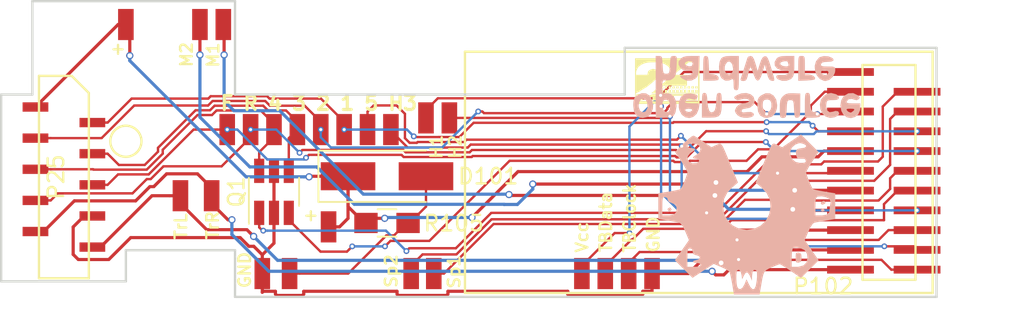
<source format=kicad_pcb>
(kicad_pcb (version 4) (host pcbnew 4.0.5)

  (general
    (links 0)
    (no_connects 0)
    (area 94.870199 64.620199 161.042896 85.4298)
    (thickness 1.6)
    (drawings 15)
    (tracks 466)
    (zones 0)
    (modules 33)
    (nets 25)
  )

  (page A4)
  (layers
    (0 F.Cu signal)
    (31 B.Cu signal)
    (32 B.Adhes user)
    (33 F.Adhes user)
    (34 B.Paste user)
    (35 F.Paste user)
    (36 B.SilkS user)
    (37 F.SilkS user)
    (38 B.Mask user)
    (39 F.Mask user)
    (40 Dwgs.User user)
    (41 Cmts.User user)
    (42 Eco1.User user)
    (43 Eco2.User user)
    (44 Edge.Cuts user)
    (45 Margin user)
    (46 B.CrtYd user)
    (47 F.CrtYd user)
    (48 B.Fab user)
    (49 F.Fab user)
  )

  (setup
    (last_trace_width 0.1524)
    (trace_clearance 0.1524)
    (zone_clearance 0.508)
    (zone_45_only no)
    (trace_min 0.1524)
    (segment_width 0.2)
    (edge_width 0.15)
    (via_size 0.37)
    (via_drill 0.2)
    (via_min_size 0.36)
    (via_min_drill 0.2)
    (uvia_size 0.3)
    (uvia_drill 0.1)
    (uvias_allowed no)
    (uvia_min_size 0.2)
    (uvia_min_drill 0.1)
    (pcb_text_width 0.3)
    (pcb_text_size 1.5 1.5)
    (mod_edge_width 0.15)
    (mod_text_size 1 1)
    (mod_text_width 0.15)
    (pad_size 1.524 1.524)
    (pad_drill 0.762)
    (pad_to_mask_clearance 0.2)
    (aux_axis_origin 0 0)
    (visible_elements FFFFFF7F)
    (pcbplotparams
      (layerselection 0x00030_80000001)
      (usegerberextensions false)
      (excludeedgelayer true)
      (linewidth 0.100000)
      (plotframeref false)
      (viasonmask false)
      (mode 1)
      (useauxorigin false)
      (hpglpennumber 1)
      (hpglpenspeed 20)
      (hpglpendiameter 15)
      (hpglpenoverlay 2)
      (psnegative false)
      (psa4output false)
      (plotreference true)
      (plotvalue true)
      (plotinvisibletext false)
      (padsonsilk false)
      (subtractmaskfromsilk false)
      (outputformat 1)
      (mirror false)
      (drillshape 1)
      (scaleselection 1)
      (outputdirectory ""))
  )

  (net 0 "")
  (net 1 /Plus)
  (net 2 "Net-(C1-Pad1)")
  (net 3 GND)
  (net 4 /Hall1)
  (net 5 /Hall2)
  (net 6 /Hall3)
  (net 7 /F0_r_y)
  (net 8 /F0_f_w)
  (net 9 /TBClock)
  (net 10 /TBData)
  (net 11 /Speak1)
  (net 12 /Speak2)
  (net 13 /TrackR)
  (net 14 /TrackL)
  (net 15 /Motor1)
  (net 16 /Motor2)
  (net 17 /Aux1)
  (net 18 /Aux2)
  (net 19 /Aux5)
  (net 20 /Vcc)
  (net 21 /Aux4_ttl)
  (net 22 /Aux3_ttl)
  (net 23 /Aux4)
  (net 24 /Aux3)

  (net_class Default "This is the default net class."
    (clearance 0.1524)
    (trace_width 0.1524)
    (via_dia 0.37)
    (via_drill 0.2)
    (uvia_dia 0.3)
    (uvia_drill 0.1)
    (add_net /Aux1)
    (add_net /Aux2)
    (add_net /Aux3)
    (add_net /Aux3_ttl)
    (add_net /Aux4)
    (add_net /Aux4_ttl)
    (add_net /Aux5)
    (add_net /F0_f_w)
    (add_net /F0_r_y)
    (add_net /Hall1)
    (add_net /Hall2)
    (add_net /Hall3)
    (add_net /Speak1)
    (add_net /Speak2)
    (add_net /TBClock)
    (add_net /TBData)
    (add_net /Vcc)
    (add_net "Net-(C1-Pad1)")
  )

  (net_class Power ""
    (clearance 0.3048)
    (trace_width 0.2032)
    (via_dia 0.46)
    (via_drill 0.3)
    (uvia_dia 0.3)
    (uvia_drill 0.1)
    (add_net /Motor1)
    (add_net /Motor2)
    (add_net /Plus)
    (add_net /TrackL)
    (add_net /TrackR)
    (add_net GND)
  )

  (module Diodes_SMD:D_SMA_Handsoldering (layer F.Cu) (tedit 58643398) (tstamp 591EFDA3)
    (at 120 76.25)
    (descr "Diode SMA Handsoldering")
    (tags "Diode SMA Handsoldering")
    (path /59181AD6)
    (attr smd)
    (fp_text reference D101 (at 6.492 0.0008) (layer F.SilkS)
      (effects (font (size 1 1) (thickness 0.15)))
    )
    (fp_text value S1G (at 0 2.6) (layer F.Fab)
      (effects (font (size 1 1) (thickness 0.15)))
    )
    (fp_text user %R (at 0 -2.5) (layer F.Fab)
      (effects (font (size 1 1) (thickness 0.15)))
    )
    (fp_line (start -4.4 -1.65) (end -4.4 1.65) (layer F.SilkS) (width 0.12))
    (fp_line (start 2.3 1.5) (end -2.3 1.5) (layer F.Fab) (width 0.1))
    (fp_line (start -2.3 1.5) (end -2.3 -1.5) (layer F.Fab) (width 0.1))
    (fp_line (start 2.3 -1.5) (end 2.3 1.5) (layer F.Fab) (width 0.1))
    (fp_line (start 2.3 -1.5) (end -2.3 -1.5) (layer F.Fab) (width 0.1))
    (fp_line (start -4.5 -1.75) (end 4.5 -1.75) (layer F.CrtYd) (width 0.05))
    (fp_line (start 4.5 -1.75) (end 4.5 1.75) (layer F.CrtYd) (width 0.05))
    (fp_line (start 4.5 1.75) (end -4.5 1.75) (layer F.CrtYd) (width 0.05))
    (fp_line (start -4.5 1.75) (end -4.5 -1.75) (layer F.CrtYd) (width 0.05))
    (fp_line (start -0.64944 0.00102) (end -1.55114 0.00102) (layer F.Fab) (width 0.1))
    (fp_line (start 0.50118 0.00102) (end 1.4994 0.00102) (layer F.Fab) (width 0.1))
    (fp_line (start -0.64944 -0.79908) (end -0.64944 0.80112) (layer F.Fab) (width 0.1))
    (fp_line (start 0.50118 0.75032) (end 0.50118 -0.79908) (layer F.Fab) (width 0.1))
    (fp_line (start -0.64944 0.00102) (end 0.50118 0.75032) (layer F.Fab) (width 0.1))
    (fp_line (start -0.64944 0.00102) (end 0.50118 -0.79908) (layer F.Fab) (width 0.1))
    (fp_line (start -4.4 1.65) (end 2.5 1.65) (layer F.SilkS) (width 0.12))
    (fp_line (start -4.4 -1.65) (end 2.5 -1.65) (layer F.SilkS) (width 0.12))
    (pad 1 smd rect (at -2.5 0) (size 3.5 1.8) (layers F.Cu F.Paste F.Mask)
      (net 1 /Plus))
    (pad 2 smd rect (at 2.5 0) (size 3.5 1.8) (layers F.Cu F.Paste F.Mask)
      (net 2 "Net-(C1-Pad1)"))
    (model ${KISYS3DMOD}/Diodes_SMD.3dshapes/D_SMA.wrl
      (at (xyz 0 0 0))
      (scale (xyz 1 1 1))
      (rotate (xyz 0 0 0))
    )
  )

  (module TO_SOT_Packages_SMD:SOT-23-6_Handsoldering (layer F.Cu) (tedit 58CE4E7E) (tstamp 591EFEAF)
    (at 112.75 77.25 90)
    (descr "6-pin SOT-23 package, Handsoldering")
    (tags "SOT-23-6 Handsoldering")
    (path /59183E38)
    (attr smd)
    (fp_text reference Q1 (at 0 -2.4124 90) (layer F.SilkS)
      (effects (font (size 1 1) (thickness 0.15)))
    )
    (fp_text value FDC6303N (at 0 2.9 90) (layer F.Fab)
      (effects (font (size 1 1) (thickness 0.15)))
    )
    (fp_text user %R (at 0 0 90) (layer F.Fab)
      (effects (font (size 0.5 0.5) (thickness 0.075)))
    )
    (fp_line (start -0.9 1.61) (end 0.9 1.61) (layer F.SilkS) (width 0.12))
    (fp_line (start 0.9 -1.61) (end -2.05 -1.61) (layer F.SilkS) (width 0.12))
    (fp_line (start -2.4 1.8) (end -2.4 -1.8) (layer F.CrtYd) (width 0.05))
    (fp_line (start 2.4 1.8) (end -2.4 1.8) (layer F.CrtYd) (width 0.05))
    (fp_line (start 2.4 -1.8) (end 2.4 1.8) (layer F.CrtYd) (width 0.05))
    (fp_line (start -2.4 -1.8) (end 2.4 -1.8) (layer F.CrtYd) (width 0.05))
    (fp_line (start -0.9 -0.9) (end -0.25 -1.55) (layer F.Fab) (width 0.1))
    (fp_line (start 0.9 -1.55) (end -0.25 -1.55) (layer F.Fab) (width 0.1))
    (fp_line (start -0.9 -0.9) (end -0.9 1.55) (layer F.Fab) (width 0.1))
    (fp_line (start 0.9 1.55) (end -0.9 1.55) (layer F.Fab) (width 0.1))
    (fp_line (start 0.9 -1.55) (end 0.9 1.55) (layer F.Fab) (width 0.1))
    (pad 1 smd rect (at -1.35 -0.95 90) (size 1.56 0.65) (layers F.Cu F.Paste F.Mask)
      (net 21 /Aux4_ttl))
    (pad 2 smd rect (at -1.35 0 90) (size 1.56 0.65) (layers F.Cu F.Paste F.Mask)
      (net 3 GND))
    (pad 3 smd rect (at -1.35 0.95 90) (size 1.56 0.65) (layers F.Cu F.Paste F.Mask)
      (net 22 /Aux3_ttl))
    (pad 4 smd rect (at 1.35 0.95 90) (size 1.56 0.65) (layers F.Cu F.Paste F.Mask)
      (net 24 /Aux3))
    (pad 6 smd rect (at 1.35 -0.95 90) (size 1.56 0.65) (layers F.Cu F.Paste F.Mask)
      (net 23 /Aux4))
    (pad 5 smd rect (at 1.35 0 90) (size 1.56 0.65) (layers F.Cu F.Paste F.Mask)
      (net 3 GND))
    (model ${KISYS3DMOD}/TO_SOT_Packages_SMD.3dshapes/SOT-23-6.wrl
      (at (xyz 0 0 0))
      (scale (xyz 1 1 1))
      (rotate (xyz 0 0 0))
    )
  )

  (module Resistors_SMD:R_0805_HandSoldering (layer F.Cu) (tedit 58E0A804) (tstamp 591EFEC0)
    (at 120 79.25 180)
    (descr "Resistor SMD 0805, hand soldering")
    (tags "resistor 0805")
    (path /59181A57)
    (attr smd)
    (fp_text reference R105 (at -4.2822 -0.0234 180) (layer F.SilkS)
      (effects (font (size 1 1) (thickness 0.15)))
    )
    (fp_text value 100 (at 0 1.75 180) (layer F.Fab)
      (effects (font (size 1 1) (thickness 0.15)))
    )
    (fp_text user %R (at 0 0 180) (layer F.Fab)
      (effects (font (size 0.5 0.5) (thickness 0.075)))
    )
    (fp_line (start -1 0.62) (end -1 -0.62) (layer F.Fab) (width 0.1))
    (fp_line (start 1 0.62) (end -1 0.62) (layer F.Fab) (width 0.1))
    (fp_line (start 1 -0.62) (end 1 0.62) (layer F.Fab) (width 0.1))
    (fp_line (start -1 -0.62) (end 1 -0.62) (layer F.Fab) (width 0.1))
    (fp_line (start 0.6 0.88) (end -0.6 0.88) (layer F.SilkS) (width 0.12))
    (fp_line (start -0.6 -0.88) (end 0.6 -0.88) (layer F.SilkS) (width 0.12))
    (fp_line (start -2.35 -0.9) (end 2.35 -0.9) (layer F.CrtYd) (width 0.05))
    (fp_line (start -2.35 -0.9) (end -2.35 0.9) (layer F.CrtYd) (width 0.05))
    (fp_line (start 2.35 0.9) (end 2.35 -0.9) (layer F.CrtYd) (width 0.05))
    (fp_line (start 2.35 0.9) (end -2.35 0.9) (layer F.CrtYd) (width 0.05))
    (pad 1 smd rect (at -1.35 0 180) (size 1.5 1.3) (layers F.Cu F.Paste F.Mask)
      (net 2 "Net-(C1-Pad1)"))
    (pad 2 smd rect (at 1.35 0 180) (size 1.5 1.3) (layers F.Cu F.Paste F.Mask)
      (net 1 /Plus))
    (model ${KISYS3DMOD}/Resistors_SMD.3dshapes/R_0805.wrl
      (at (xyz 0 0 0))
      (scale (xyz 1 1 1))
      (rotate (xyz 0 0 0))
    )
  )

  (module Other:21MTC_decoder_outline (layer F.Cu) (tedit 594005FF) (tstamp 593A88F3)
    (at 155 83.75 180)
    (fp_text reference REF** (at 0 0.5 180) (layer F.SilkS) hide
      (effects (font (size 1 1) (thickness 0.15)))
    )
    (fp_text value 21MTC_decoder (at 0 -0.5 180) (layer F.Fab)
      (effects (font (size 1 1) (thickness 0.15)))
    )
    (fp_line (start 1.1 14.65) (end 1.1 0.85) (layer F.SilkS) (width 0.15))
    (fp_line (start 4.5 14.65) (end 1.1 14.65) (layer F.SilkS) (width 0.15))
    (fp_line (start 4.5 0.85) (end 4.5 14.65) (layer F.SilkS) (width 0.15))
    (fp_line (start 1.1 0.85) (end 4.5 0.85) (layer F.SilkS) (width 0.15))
    (fp_line (start 0 15.5) (end 0 0) (layer F.SilkS) (width 0.15))
    (fp_line (start 30 15.5) (end 0 15.5) (layer F.SilkS) (width 0.15))
    (fp_line (start 30 0) (end 30 15.5) (layer F.SilkS) (width 0.15))
    (fp_line (start 0 0) (end 30 0) (layer F.SilkS) (width 0.15))
  )

  (module Other:SMD_pad_01x02mm (layer F.Cu) (tedit 5940040A) (tstamp 591EFE7B)
    (at 132.5 82.5)
    (path /59198D3B)
    (fp_text reference P24 (at 0 0.5) (layer F.SilkS) hide
      (effects (font (size 1 1) (thickness 0.15)))
    )
    (fp_text value CONN_01X01 (at 0 -0.5) (layer F.Fab)
      (effects (font (size 1 1) (thickness 0.15)))
    )
    (pad 1 smd rect (at 0 0) (size 1 2) (layers F.Cu F.Paste F.Mask)
      (net 20 /Vcc))
  )

  (module Other:SMD_pad_01x02mm (layer F.Cu) (tedit 59400501) (tstamp 591EFE72)
    (at 118.75 73.25)
    (path /59198CC6)
    (fp_text reference P23 (at 0 0.5) (layer F.SilkS) hide
      (effects (font (size 1 1) (thickness 0.15)))
    )
    (fp_text value CONN_01X01 (at 0 -0.5) (layer F.Fab)
      (effects (font (size 1 1) (thickness 0.15)))
    )
    (pad 1 smd rect (at 0 0) (size 1 2) (layers F.Cu F.Paste F.Mask)
      (net 19 /Aux5))
  )

  (module Other:SMD_pad_01x02mm (layer F.Cu) (tedit 594004F9) (tstamp 591EFE69)
    (at 115.75 73.25)
    (path /59198C16)
    (fp_text reference P22 (at 0 0.5) (layer F.SilkS) hide
      (effects (font (size 1 1) (thickness 0.15)))
    )
    (fp_text value CONN_01X01 (at 0 -0.5) (layer F.Fab)
      (effects (font (size 1 1) (thickness 0.15)))
    )
    (pad 1 smd rect (at 0 0) (size 1 2) (layers F.Cu F.Paste F.Mask)
      (net 18 /Aux2))
  )

  (module Other:SMD_pad_01x02mm (layer F.Cu) (tedit 594004FD) (tstamp 591EFE60)
    (at 117.25 73.25)
    (path /59198BAB)
    (fp_text reference P21 (at 0 0.5) (layer F.SilkS) hide
      (effects (font (size 1 1) (thickness 0.15)))
    )
    (fp_text value CONN_01X01 (at 0 -0.5) (layer F.Fab)
      (effects (font (size 1 1) (thickness 0.15)))
    )
    (pad 1 smd rect (at 0 0) (size 1 2) (layers F.Cu F.Paste F.Mask)
      (net 17 /Aux1))
  )

  (module Other:SMD_pad_01x02mm (layer F.Cu) (tedit 59400312) (tstamp 591EFE57)
    (at 108 66.5)
    (path /59198B05)
    (fp_text reference P20 (at 0 0.5) (layer F.SilkS) hide
      (effects (font (size 1 1) (thickness 0.15)))
    )
    (fp_text value CONN_01X01 (at 0 -0.5) (layer F.Fab)
      (effects (font (size 1 1) (thickness 0.15)))
    )
    (pad 1 smd rect (at 0 0) (size 1 2) (layers F.Cu F.Paste F.Mask)
      (net 16 /Motor2))
  )

  (module Other:SMD_pad_01x02mm (layer F.Cu) (tedit 59400315) (tstamp 591EFE4E)
    (at 109.5 66.5)
    (path /59198A64)
    (fp_text reference P19 (at 0 0.5) (layer F.SilkS) hide
      (effects (font (size 1 1) (thickness 0.15)))
    )
    (fp_text value CONN_01X01 (at 0 -0.5) (layer F.Fab)
      (effects (font (size 1 1) (thickness 0.15)))
    )
    (pad 1 smd rect (at 0 0) (size 1 2) (layers F.Cu F.Paste F.Mask)
      (net 15 /Motor1))
  )

  (module Other:SMD_pad_01x02mm (layer F.Cu) (tedit 59400353) (tstamp 591EFE45)
    (at 106.75 77.5)
    (path /59198A00)
    (fp_text reference P18 (at 0 0.5) (layer F.SilkS) hide
      (effects (font (size 1 1) (thickness 0.15)))
    )
    (fp_text value CONN_01X01 (at 0 -0.5) (layer F.Fab)
      (effects (font (size 1 1) (thickness 0.15)))
    )
    (pad 1 smd rect (at 0 0) (size 1 2) (layers F.Cu F.Paste F.Mask)
      (net 14 /TrackL))
  )

  (module Other:SMD_pad_01x02mm (layer F.Cu) (tedit 59400359) (tstamp 591EFE3C)
    (at 108.75 77.5)
    (path /5919899F)
    (fp_text reference P17 (at 0 0.5) (layer F.SilkS) hide
      (effects (font (size 1 1) (thickness 0.15)))
    )
    (fp_text value CONN_01X01 (at 0 -0.5) (layer F.Fab)
      (effects (font (size 1 1) (thickness 0.15)))
    )
    (pad 1 smd rect (at 0 0) (size 1 2) (layers F.Cu F.Paste F.Mask)
      (net 13 /TrackR))
  )

  (module Other:SMD_pad_01x02mm (layer F.Cu) (tedit 59400384) (tstamp 591EFE33)
    (at 112 82.5)
    (path /59198939)
    (fp_text reference P16 (at 0 0.5) (layer F.SilkS) hide
      (effects (font (size 1 1) (thickness 0.15)))
    )
    (fp_text value CONN_01X01 (at 0 -0.5) (layer F.Fab)
      (effects (font (size 1 1) (thickness 0.15)))
    )
    (pad 1 smd rect (at 0 0) (size 1 2) (layers F.Cu F.Paste F.Mask)
      (net 3 GND))
  )

  (module Other:SMD_pad_01x02mm (layer F.Cu) (tedit 594004F5) (tstamp 591EFE2A)
    (at 114.25 73.25)
    (path /591988E0)
    (fp_text reference P15 (at 0 0.5) (layer F.SilkS) hide
      (effects (font (size 1 1) (thickness 0.15)))
    )
    (fp_text value CONN_01X01 (at 0 -0.5) (layer F.Fab)
      (effects (font (size 1 1) (thickness 0.15)))
    )
    (pad 1 smd rect (at 0 0) (size 1 2) (layers F.Cu F.Paste F.Mask)
      (net 24 /Aux3))
  )

  (module Other:SMD_pad_01x02mm (layer F.Cu) (tedit 594004F1) (tstamp 591EFE21)
    (at 112.75 73.25)
    (path /5919876C)
    (fp_text reference P14 (at 0 0.5) (layer F.SilkS) hide
      (effects (font (size 1 1) (thickness 0.15)))
    )
    (fp_text value CONN_01X01 (at 0 -0.5) (layer F.Fab)
      (effects (font (size 1 1) (thickness 0.15)))
    )
    (pad 1 smd rect (at 0 0) (size 1 2) (layers F.Cu F.Paste F.Mask)
      (net 23 /Aux4))
  )

  (module Other:SMD_pad_01x02mm (layer F.Cu) (tedit 59400485) (tstamp 591EFE18)
    (at 121.55 82.5)
    (path /5919861C)
    (fp_text reference P13 (at 0 0.5) (layer F.SilkS) hide
      (effects (font (size 1 1) (thickness 0.15)))
    )
    (fp_text value CONN_01X01 (at 0 -0.5) (layer F.Fab)
      (effects (font (size 1 1) (thickness 0.15)))
    )
    (pad 1 smd rect (at 0 0) (size 1 2) (layers F.Cu F.Paste F.Mask)
      (net 12 /Speak2))
  )

  (module Other:SMD_pad_01x02mm (layer F.Cu) (tedit 59400488) (tstamp 591EFE0F)
    (at 123 82.5)
    (path /591985CC)
    (fp_text reference P12 (at 0 0.5) (layer F.SilkS) hide
      (effects (font (size 1 1) (thickness 0.15)))
    )
    (fp_text value CONN_01X01 (at 0 -0.5) (layer F.Fab)
      (effects (font (size 1 1) (thickness 0.15)))
    )
    (pad 1 smd rect (at 0 0) (size 1 2) (layers F.Cu F.Paste F.Mask)
      (net 11 /Speak1))
  )

  (module Other:SMD_pad_01x02mm (layer F.Cu) (tedit 5940040F) (tstamp 591EFE06)
    (at 134 82.5)
    (path /5919856A)
    (fp_text reference P11 (at 0 0.5) (layer F.SilkS) hide
      (effects (font (size 1 1) (thickness 0.15)))
    )
    (fp_text value CONN_01X01 (at 0 -0.5) (layer F.Fab)
      (effects (font (size 1 1) (thickness 0.15)))
    )
    (pad 1 smd rect (at 0 0) (size 1 2) (layers F.Cu F.Paste F.Mask)
      (net 10 /TBData))
  )

  (module Other:SMD_pad_01x02mm (layer F.Cu) (tedit 59400412) (tstamp 591EFDFD)
    (at 135.5 82.5)
    (path /5919851E)
    (fp_text reference P10 (at 0 0.5) (layer F.SilkS) hide
      (effects (font (size 1 1) (thickness 0.15)))
    )
    (fp_text value CONN_01X01 (at 0 -0.5) (layer F.Fab)
      (effects (font (size 1 1) (thickness 0.15)))
    )
    (pad 1 smd rect (at 0 0) (size 1 2) (layers F.Cu F.Paste F.Mask)
      (net 9 /TBClock))
  )

  (module Other:SMD_pad_01x02mm (layer F.Cu) (tedit 594004E2) (tstamp 591EFDF4)
    (at 111.25 73.25)
    (path /591984D7)
    (fp_text reference P9 (at 0 0.5) (layer F.SilkS) hide
      (effects (font (size 1 1) (thickness 0.15)))
    )
    (fp_text value CONN_01X01 (at 0 -0.5) (layer F.Fab)
      (effects (font (size 1 1) (thickness 0.15)))
    )
    (pad 1 smd rect (at 0 0) (size 1 2) (layers F.Cu F.Paste F.Mask)
      (net 8 /F0_f_w))
  )

  (module Other:SMD_pad_01x02mm (layer F.Cu) (tedit 5940034F) (tstamp 591EFDEB)
    (at 109.75 73.25)
    (path /59198493)
    (fp_text reference P8 (at 0 0.5) (layer F.SilkS) hide
      (effects (font (size 1 1) (thickness 0.15)))
    )
    (fp_text value CONN_01X01 (at 0 -0.5) (layer F.Fab)
      (effects (font (size 1 1) (thickness 0.15)))
    )
    (pad 1 smd rect (at 0 0) (size 1 2) (layers F.Cu F.Paste F.Mask)
      (net 7 /F0_r_y))
  )

  (module Other:SMD_pad_01x02mm (layer F.Cu) (tedit 59400328) (tstamp 591EFDE2)
    (at 103.25 66.5)
    (path /59198452)
    (fp_text reference P7 (at 0 0.5) (layer F.SilkS) hide
      (effects (font (size 1 1) (thickness 0.15)))
    )
    (fp_text value CONN_01X01 (at 0 -0.5) (layer F.Fab)
      (effects (font (size 1 1) (thickness 0.15)))
    )
    (pad 1 smd rect (at 0 0) (size 1 2) (layers F.Cu F.Paste F.Mask)
      (net 1 /Plus))
  )

  (module Other:SMD_pad_01x02mm (layer F.Cu) (tedit 59400521) (tstamp 591EFDD9)
    (at 120.25 73.25)
    (path /591983F4)
    (fp_text reference P6 (at 0 0.5) (layer F.SilkS) hide
      (effects (font (size 1 1) (thickness 0.15)))
    )
    (fp_text value CONN_01X01 (at 0 -0.5) (layer F.Fab)
      (effects (font (size 1 1) (thickness 0.15)))
    )
    (pad 1 smd rect (at 0 0) (size 1 2) (layers F.Cu F.Paste F.Mask)
      (net 6 /Hall3))
  )

  (module Other:SMD_pad_01x02mm (layer F.Cu) (tedit 5940052D) (tstamp 591EFDD0)
    (at 124 72.5)
    (path /591983B5)
    (fp_text reference P5 (at 0 0.5) (layer F.SilkS) hide
      (effects (font (size 1 1) (thickness 0.15)))
    )
    (fp_text value CONN_01X01 (at 0 -0.5) (layer F.Fab)
      (effects (font (size 1 1) (thickness 0.15)))
    )
    (pad 1 smd rect (at 0 0) (size 1 2) (layers F.Cu F.Paste F.Mask)
      (net 5 /Hall2))
  )

  (module Other:SMD_pad_01x02mm (layer F.Cu) (tedit 59400529) (tstamp 591EFDC7)
    (at 122.5 72.5)
    (path /591982E0)
    (fp_text reference P4 (at 0 0.5) (layer F.SilkS) hide
      (effects (font (size 1 1) (thickness 0.15)))
    )
    (fp_text value CONN_01X01 (at 0 -0.5) (layer F.Fab)
      (effects (font (size 1 1) (thickness 0.15)))
    )
    (pad 1 smd rect (at 0 0) (size 1 2) (layers F.Cu F.Paste F.Mask)
      (net 4 /Hall1))
  )

  (module Other:SMD_pad_01x02mm (layer F.Cu) (tedit 59400416) (tstamp 591EFDBE)
    (at 137 82.5)
    (path /59184802)
    (fp_text reference P3 (at 0 0.5) (layer F.SilkS) hide
      (effects (font (size 1 1) (thickness 0.15)))
    )
    (fp_text value CONN_01X01 (at 0 -0.5) (layer F.Fab)
      (effects (font (size 1 1) (thickness 0.15)))
    )
    (pad 1 smd rect (at 0 0) (size 1 2) (layers F.Cu F.Paste F.Mask)
      (net 3 GND))
  )

  (module Other:SMD_pad_01x02mm (layer F.Cu) (tedit 594004CF) (tstamp 591EFDB5)
    (at 116.25 79.5)
    (path /591843A6)
    (fp_text reference P2 (at 0 0.5) (layer F.SilkS) hide
      (effects (font (size 1 1) (thickness 0.15)))
    )
    (fp_text value CONN_01X01 (at 0 -0.5) (layer F.Fab)
      (effects (font (size 1 1) (thickness 0.15)))
    )
    (pad 1 smd rect (at 0 0) (size 1 2) (layers F.Cu F.Paste F.Mask)
      (net 1 /Plus))
  )

  (module Other:SMD_pad_01x02mm (layer F.Cu) (tedit 59400388) (tstamp 591EFDAC)
    (at 113.75 82.5)
    (path /59183810)
    (fp_text reference P1 (at 0 0.5) (layer F.SilkS) hide
      (effects (font (size 1 1) (thickness 0.15)))
    )
    (fp_text value CONN_01X01 (at 0 -0.5) (layer F.Fab)
      (effects (font (size 1 1) (thickness 0.15)))
    )
    (pad 1 smd rect (at 0 0) (size 1 2) (layers F.Cu F.Paste F.Mask)
      (net 2 "Net-(C1-Pad1)"))
  )

  (module Connectors:Pin_Header_Straight_2x11_1.27_smd (layer F.Cu) (tedit 566E7477) (tstamp 59400A79)
    (at 154 82.25 180)
    (tags 21MTC)
    (path /566E6894)
    (fp_text reference P102 (at 6.0196 -1.062 180) (layer F.SilkS)
      (effects (font (size 1 1) (thickness 0.15)))
    )
    (fp_text value CONN_02X11 (at 3.683 5.85 180) (layer F.Fab)
      (effects (font (size 1 1) (thickness 0.15)))
    )
    (pad 1 smd rect (at 0 0 180) (size 3 0.5) (layers F.Cu F.Paste F.Mask)
      (net 4 /Hall1))
    (pad 2 smd rect (at 4.27 0 180) (size 3 0.5) (layers F.Cu F.Paste F.Mask)
      (net 13 /TrackR))
    (pad 3 smd rect (at 0 1.27 180) (size 3 0.5) (layers F.Cu F.Paste F.Mask)
      (net 5 /Hall2))
    (pad 4 smd rect (at 4.27 1.27 180) (size 3 0.5) (layers F.Cu F.Paste F.Mask)
      (net 14 /TrackL))
    (pad 5 smd rect (at 0 2.54 180) (size 3 0.5) (layers F.Cu F.Paste F.Mask)
      (net 6 /Hall3))
    (pad 6 smd rect (at 4.27 2.54 180) (size 3 0.5) (layers F.Cu F.Paste F.Mask)
      (net 3 GND))
    (pad 7 smd rect (at 0 3.81 180) (size 3 0.5) (layers F.Cu F.Paste F.Mask)
      (net 21 /Aux4_ttl))
    (pad 8 smd rect (at 4.27 3.81 180) (size 3 0.5) (layers F.Cu F.Paste F.Mask)
      (net 15 /Motor1))
    (pad 9 smd rect (at 0 5.08 180) (size 3 0.5) (layers F.Cu F.Paste F.Mask)
      (net 9 /TBClock))
    (pad 10 smd rect (at 4.27 5.08 180) (size 3 0.5) (layers F.Cu F.Paste F.Mask)
      (net 16 /Motor2))
    (pad 11 smd rect (at 0 6.35 180) (size 3 0.5) (layers F.Cu F.Paste F.Mask)
      (net 10 /TBData))
    (pad 12 smd rect (at 4.27 6.35 180) (size 3 0.5) (layers F.Cu F.Paste F.Mask)
      (net 19 /Aux5))
    (pad 13 smd rect (at 0 7.62 180) (size 3 0.5) (layers F.Cu F.Paste F.Mask)
      (net 7 /F0_r_y))
    (pad 14 smd rect (at 4.27 7.62 180) (size 3 0.5) (layers F.Cu F.Paste F.Mask)
      (net 1 /Plus))
    (pad 15 smd rect (at 0 8.89 180) (size 3 0.5) (layers F.Cu F.Paste F.Mask)
      (net 8 /F0_f_w))
    (pad 16 smd rect (at 4.27 8.89 180) (size 3 0.5) (layers F.Cu F.Paste F.Mask)
      (net 17 /Aux1))
    (pad 17 smd rect (at 0 10.16 180) (size 3 0.5) (layers F.Cu F.Paste F.Mask)
      (net 11 /Speak1))
    (pad 18 smd rect (at 4.27 10.16 180) (size 3 0.5) (layers F.Cu F.Paste F.Mask)
      (net 18 /Aux2))
    (pad 19 smd rect (at 0 11.43 180) (size 3 0.5) (layers F.Cu F.Paste F.Mask)
      (net 12 /Speak2))
    (pad 20 smd rect (at 4.27 11.43 180) (size 3 0.5) (layers F.Cu F.Paste F.Mask)
      (net 22 /Aux3_ttl))
    (pad 22 smd rect (at 4.27 12.7 180) (size 3 0.5) (layers F.Cu F.Paste F.Mask)
      (net 20 /Vcc))
  )

  (module Connectors:Molex_FPC-52808-1071_vertical (layer F.Cu) (tedit 5919ED1D) (tstamp 591EFE99)
    (at 99.275 76.3 270)
    (path /59198E44)
    (fp_text reference P25 (at 0 0.5 270) (layer F.SilkS)
      (effects (font (size 1 1) (thickness 0.15)))
    )
    (fp_text value CONN_01X10 (at 0 -0.5 270) (layer F.Fab)
      (effects (font (size 1 1) (thickness 0.15)))
    )
    (fp_line (start -6.5 -0.5) (end -6.5 1.6) (layer F.SilkS) (width 0.15))
    (fp_line (start -5.4 -1.6) (end -6.5 -0.5) (layer F.SilkS) (width 0.15))
    (fp_line (start 6.5 -1.6) (end 6.5 1.6) (layer F.SilkS) (width 0.15))
    (fp_line (start 6.5 1.6) (end -6.5 1.6) (layer F.SilkS) (width 0.15))
    (fp_line (start 6.5 -1.6) (end -5.4 -1.6) (layer F.SilkS) (width 0.15))
    (pad 1 smd rect (at -4.5 1.825 270) (size 0.6 1.65) (layers F.Cu F.Paste F.Mask)
      (net 1 /Plus))
    (pad 2 smd rect (at -3.5 -1.825 270) (size 0.6 1.65) (layers F.Cu F.Paste F.Mask)
      (net 17 /Aux1))
    (pad 3 smd rect (at -2.5 1.825 270) (size 0.6 1.65) (layers F.Cu F.Paste F.Mask)
      (net 18 /Aux2))
    (pad 4 smd rect (at -1.5 -1.825 270) (size 0.6 1.65) (layers F.Cu F.Paste F.Mask)
      (net 24 /Aux3))
    (pad 5 smd rect (at -0.5 1.825 270) (size 0.6 1.65) (layers F.Cu F.Paste F.Mask)
      (net 23 /Aux4))
    (pad 6 smd rect (at 0.5 -1.825 270) (size 0.6 1.65) (layers F.Cu F.Paste F.Mask)
      (net 7 /F0_r_y))
    (pad 7 smd rect (at 1.5 1.825 270) (size 0.6 1.65) (layers F.Cu F.Paste F.Mask)
      (net 8 /F0_f_w))
    (pad 8 smd rect (at 2.5 -1.825 270) (size 0.6 1.65) (layers F.Cu F.Paste F.Mask)
      (net 3 GND))
    (pad 9 smd rect (at 3.5 1.825 270) (size 0.6 1.65) (layers F.Cu F.Paste F.Mask)
      (net 13 /TrackR))
    (pad 10 smd rect (at 4.5 -1.825 270) (size 0.6 1.65) (layers F.Cu F.Paste F.Mask)
      (net 14 /TrackL))
  )

  (module 21mtc:Marklin_3016 (layer F.Cu) (tedit 594005EC) (tstamp 59247F96)
    (at 96.25 84)
    (fp_text reference REF** (at 1.5 -2) (layer F.SilkS) hide
      (effects (font (size 1 1) (thickness 0.15)))
    )
    (fp_text value Marklin_3016 (at 20 -1) (layer F.Fab)
      (effects (font (size 1 1) (thickness 0.15)))
    )
    (fp_circle (center 7 -10) (end 7 -9) (layer F.SilkS) (width 0.15))
    (fp_line (start 14 0) (end 59 0) (layer Edge.Cuts) (width 0.15))
    (fp_line (start 7 -3) (end 7 -1) (layer Edge.Cuts) (width 0.15))
    (fp_line (start 14 -3) (end 7 -3) (layer Edge.Cuts) (width 0.15))
    (fp_line (start 14 0) (end 14 -3) (layer Edge.Cuts) (width 0.15))
    (fp_line (start 14 -19) (end 14 -13) (layer Edge.Cuts) (width 0.15))
    (fp_line (start 1 -19) (end 14 -19) (layer Edge.Cuts) (width 0.15))
    (fp_line (start 1 -13) (end 1 -19) (layer Edge.Cuts) (width 0.15))
    (fp_line (start -1 -13) (end 1 -13) (layer Edge.Cuts) (width 0.15))
    (fp_line (start -1 -1) (end -1 -13) (layer Edge.Cuts) (width 0.15))
    (fp_line (start 39 -13) (end 14 -13) (layer Edge.Cuts) (width 0.15))
    (fp_line (start 39 -16) (end 39 -13) (layer Edge.Cuts) (width 0.15))
    (fp_line (start 59 -16) (end 39 -16) (layer Edge.Cuts) (width 0.15))
    (fp_line (start 59 0) (end 59 -16) (layer Edge.Cuts) (width 0.15))
    (fp_line (start -1 -1) (end 7 -1) (layer Edge.Cuts) (width 0.15))
  )

  (module Open_Hardware:Full_OSHW_scaled (layer B.Cu) (tedit 0) (tstamp 5950A036)
    (at 143.0782 76.2254)
    (fp_text reference G*** (at 0 0) (layer B.SilkS) hide
      (effects (font (thickness 0.3)) (justify mirror))
    )
    (fp_text value LOGO (at 0.75 0) (layer B.SilkS) hide
      (effects (font (thickness 0.3)) (justify mirror))
    )
    (fp_poly (pts (xy -5.044054 -3.744959) (xy -4.819269 -3.787041) (xy -4.683041 -3.879534) (xy -4.595266 -4.040717)
      (xy -4.570086 -4.112134) (xy -4.505113 -4.478307) (xy -4.544341 -4.812755) (xy -4.671042 -5.084268)
      (xy -4.868488 -5.261631) (xy -5.11995 -5.313633) (xy -5.206383 -5.299387) (xy -5.327698 -5.277931)
      (xy -5.390893 -5.316709) (xy -5.414903 -5.452461) (xy -5.418667 -5.71127) (xy -5.415016 -5.976529)
      (xy -5.389961 -6.109914) (xy -5.322352 -6.148886) (xy -5.191038 -6.130906) (xy -5.18267 -6.129234)
      (xy -4.909376 -6.14838) (xy -4.740279 -6.249162) (xy -4.631414 -6.358335) (xy -4.564328 -6.499001)
      (xy -4.525515 -6.717025) (xy -4.501467 -7.058271) (xy -4.501355 -7.060478) (xy -4.486935 -7.38606)
      (xy -4.491256 -7.577901) (xy -4.524452 -7.671377) (xy -4.596654 -7.701862) (xy -4.685878 -7.704667)
      (xy -4.801309 -7.695044) (xy -4.868644 -7.641164) (xy -4.903775 -7.505507) (xy -4.922595 -7.250554)
      (xy -4.927965 -7.133167) (xy -4.945054 -6.830222) (xy -4.973261 -6.659068) (xy -5.028111 -6.582222)
      (xy -5.12513 -6.562197) (xy -5.164667 -6.561667) (xy -5.27732 -6.571975) (xy -5.34316 -6.62789)
      (xy -5.377711 -6.766897) (xy -5.396498 -7.026479) (xy -5.401369 -7.133167) (xy -5.418584 -7.436217)
      (xy -5.446983 -7.607436) (xy -5.501825 -7.684276) (xy -5.598367 -7.704191) (xy -5.634202 -7.704667)
      (xy -5.842 -7.704667) (xy -5.842 -4.525922) (xy -5.418667 -4.525922) (xy -5.3942 -4.772197)
      (xy -5.304671 -4.884474) (xy -5.125889 -4.893082) (xy -5.125817 -4.893071) (xy -5.008093 -4.83897)
      (xy -4.947632 -4.690965) (xy -4.92749 -4.519225) (xy -4.929438 -4.273187) (xy -4.990438 -4.146573)
      (xy -5.044054 -4.115598) (xy -5.23063 -4.115886) (xy -5.363872 -4.255426) (xy -5.418446 -4.506465)
      (xy -5.418667 -4.525922) (xy -5.842 -4.525922) (xy -5.842 -3.735029) (xy -5.3975 -3.735008)
      (xy -5.044054 -3.744959)) (layer B.SilkS) (width 0.003))
    (fp_poly (pts (xy -3.549799 -6.125207) (xy -3.292322 -6.256145) (xy -3.187319 -6.364354) (xy -3.122296 -6.5097)
      (xy -3.084313 -6.737374) (xy -3.062022 -7.060478) (xy -3.029492 -7.704667) (xy -3.546746 -7.704667)
      (xy -3.873425 -7.690375) (xy -4.08423 -7.639001) (xy -4.230862 -7.537792) (xy -4.233333 -7.535333)
      (xy -4.377205 -7.339381) (xy -4.375809 -7.176923) (xy -3.973494 -7.176923) (xy -3.959502 -7.284376)
      (xy -3.821976 -7.356719) (xy -3.725333 -7.366) (xy -3.539413 -7.339389) (xy -3.473954 -7.240378)
      (xy -3.471333 -7.196666) (xy -3.530093 -7.055729) (xy -3.70313 -7.036655) (xy -3.845409 -7.078725)
      (xy -3.973494 -7.176923) (xy -4.375809 -7.176923) (xy -4.375571 -7.14928) (xy -4.270866 -6.961505)
      (xy -4.119272 -6.825753) (xy -3.885123 -6.775435) (xy -3.798991 -6.773333) (xy -3.580067 -6.760192)
      (xy -3.491116 -6.708636) (xy -3.488355 -6.625166) (xy -3.574092 -6.512716) (xy -3.789613 -6.470319)
      (xy -3.812063 -6.469581) (xy -4.109994 -6.457986) (xy -4.259952 -6.433852) (xy -4.283294 -6.384484)
      (xy -4.201382 -6.297186) (xy -4.160454 -6.262516) (xy -3.867352 -6.118532) (xy -3.549799 -6.125207)) (layer B.SilkS) (width 0.003))
    (fp_poly (pts (xy -2.064668 -6.123549) (xy -1.877089 -6.152317) (xy -1.820755 -6.179984) (xy -1.80607 -6.332748)
      (xy -1.923819 -6.464208) (xy -2.138071 -6.534956) (xy -2.14504 -6.535673) (xy -2.413 -6.561667)
      (xy -2.438035 -7.133167) (xy -2.45713 -7.439248) (xy -2.488778 -7.612304) (xy -2.545083 -7.688643)
      (xy -2.628535 -7.704667) (xy -2.705944 -7.691474) (xy -2.754614 -7.630873) (xy -2.781123 -7.49133)
      (xy -2.79205 -7.24131) (xy -2.794 -6.91147) (xy -2.794 -6.118273) (xy -2.32903 -6.114094)
      (xy -2.064668 -6.123549)) (layer B.SilkS) (width 0.003))
    (fp_poly (pts (xy -0.608204 -5.512669) (xy -0.560973 -5.558665) (xy -0.53149 -5.668309) (xy -0.515601 -5.868584)
      (xy -0.509157 -6.186477) (xy -0.508 -6.604) (xy -0.508 -7.704667) (xy -1.002878 -7.704667)
      (xy -1.328961 -7.68785) (xy -1.533694 -7.630036) (xy -1.637878 -7.549833) (xy -1.740922 -7.334976)
      (xy -1.784526 -7.029455) (xy -1.773284 -6.770815) (xy -1.416437 -6.770815) (xy -1.415359 -7.014147)
      (xy -1.367228 -7.160577) (xy -1.232537 -7.331734) (xy -1.081413 -7.343501) (xy -0.949929 -7.196872)
      (xy -0.929099 -7.148458) (xy -0.876041 -6.87343) (xy -0.927426 -6.654408) (xy -1.068928 -6.532086)
      (xy -1.150566 -6.519333) (xy -1.322841 -6.590095) (xy -1.416437 -6.770815) (xy -1.773284 -6.770815)
      (xy -1.770208 -6.700056) (xy -1.699486 -6.413563) (xy -1.608667 -6.265333) (xy -1.382906 -6.116374)
      (xy -1.139697 -6.126681) (xy -1.010434 -6.183645) (xy -0.910413 -6.222022) (xy -0.86233 -6.173067)
      (xy -0.847487 -6.002947) (xy -0.846667 -5.887312) (xy -0.835765 -5.648082) (xy -0.790423 -5.534487)
      (xy -0.691681 -5.503538) (xy -0.677333 -5.503333) (xy -0.608204 -5.512669)) (layer B.SilkS) (width 0.003))
    (fp_poly (pts (xy -0.099475 -6.114359) (xy -0.016683 -6.195957) (xy 0.048797 -6.380574) (xy 0.092184 -6.562188)
      (xy 0.156172 -6.805168) (xy 0.214458 -6.954423) (xy 0.246423 -6.979534) (xy 0.300692 -6.876664)
      (xy 0.382909 -6.669547) (xy 0.430592 -6.534513) (xy 0.555016 -6.242031) (xy 0.674978 -6.117375)
      (xy 0.793045 -6.160934) (xy 0.911789 -6.373094) (xy 0.996008 -6.619843) (xy 1.154543 -7.154333)
      (xy 1.279283 -6.646333) (xy 1.362476 -6.353376) (xy 1.444643 -6.190649) (xy 1.54766 -6.120606)
      (xy 1.591011 -6.111278) (xy 1.691722 -6.100777) (xy 1.748986 -6.122688) (xy 1.761593 -6.204166)
      (xy 1.728334 -6.372362) (xy 1.647998 -6.654431) (xy 1.552838 -6.967813) (xy 1.439685 -7.322563)
      (xy 1.353227 -7.542068) (xy 1.277529 -7.65496) (xy 1.196651 -7.689873) (xy 1.152263 -7.68748)
      (xy 1.029592 -7.6216) (xy 0.924014 -7.443333) (xy 0.837826 -7.196666) (xy 0.69666 -6.731)
      (xy 0.553989 -7.217833) (xy 0.456788 -7.504303) (xy 0.365353 -7.655695) (xy 0.259261 -7.704224)
      (xy 0.245335 -7.704667) (xy 0.093129 -7.657852) (xy 0.046302 -7.598833) (xy -0.045018 -7.30876)
      (xy -0.149384 -6.980737) (xy -0.252055 -6.660653) (xy -0.33829 -6.394397) (xy -0.393348 -6.22786)
      (xy -0.402447 -6.201833) (xy -0.365405 -6.118626) (xy -0.226797 -6.096) (xy -0.099475 -6.114359)) (layer B.SilkS) (width 0.003))
    (fp_poly (pts (xy 2.552612 -6.11265) (xy 2.81653 -6.214226) (xy 2.878666 -6.265333) (xy 2.969753 -6.387542)
      (xy 3.021836 -6.556954) (xy 3.044501 -6.819095) (xy 3.048 -7.069666) (xy 3.048 -7.704667)
      (xy 2.553122 -7.704667) (xy 2.227039 -7.68785) (xy 2.022306 -7.630036) (xy 1.918122 -7.549833)
      (xy 1.783495 -7.307851) (xy 1.786299 -7.266208) (xy 2.14985 -7.266208) (xy 2.153149 -7.271867)
      (xy 2.251589 -7.329674) (xy 2.414057 -7.364477) (xy 2.563879 -7.366729) (xy 2.624667 -7.330591)
      (xy 2.651005 -7.231067) (xy 2.676058 -7.161258) (xy 2.671969 -7.057902) (xy 2.530841 -7.028615)
      (xy 2.527891 -7.02863) (xy 2.301941 -7.064888) (xy 2.162441 -7.152835) (xy 2.14985 -7.266208)
      (xy 1.786299 -7.266208) (xy 1.798869 -7.079547) (xy 1.945821 -6.896114) (xy 2.205927 -6.78875)
      (xy 2.376714 -6.773333) (xy 2.586574 -6.756569) (xy 2.701768 -6.714777) (xy 2.709333 -6.699034)
      (xy 2.635701 -6.560688) (xy 2.451235 -6.482323) (xy 2.223722 -6.485222) (xy 2.006367 -6.489001)
      (xy 1.892289 -6.416038) (xy 1.906595 -6.296253) (xy 1.992914 -6.210156) (xy 2.25143 -6.109634)
      (xy 2.552612 -6.11265)) (layer B.SilkS) (width 0.003))
    (fp_poly (pts (xy 3.806317 -6.126852) (xy 4.085305 -6.145686) (xy 4.291849 -6.175832) (xy 4.368715 -6.20316)
      (xy 4.382665 -6.306984) (xy 4.279537 -6.418019) (xy 4.105785 -6.499522) (xy 3.968966 -6.519333)
      (xy 3.725333 -6.519333) (xy 3.725333 -7.112) (xy 3.722221 -7.421636) (xy 3.704098 -7.598847)
      (xy 3.657786 -7.680531) (xy 3.570108 -7.703587) (xy 3.513667 -7.704667) (xy 3.415299 -7.699012)
      (xy 3.353399 -7.660821) (xy 3.319521 -7.558249) (xy 3.305218 -7.359453) (xy 3.302044 -7.032589)
      (xy 3.302 -6.906646) (xy 3.302 -6.108625) (xy 3.806317 -6.126852)) (layer B.SilkS) (width 0.003))
    (fp_poly (pts (xy 5.297138 -6.17132) (xy 5.511836 -6.362054) (xy 5.648409 -6.615367) (xy 5.672667 -6.769485)
      (xy 5.665321 -6.916171) (xy 5.615677 -6.992955) (xy 5.482326 -7.022466) (xy 5.223857 -7.027331)
      (xy 5.200792 -7.027333) (xy 4.930672 -7.034609) (xy 4.793618 -7.06446) (xy 4.753691 -7.128924)
      (xy 4.758434 -7.1755) (xy 4.824772 -7.275979) (xy 4.996808 -7.318912) (xy 5.137819 -7.323667)
      (xy 5.425239 -7.346755) (xy 5.562104 -7.412644) (xy 5.542048 -7.51627) (xy 5.465851 -7.584589)
      (xy 5.22387 -7.681579) (xy 4.932505 -7.696395) (xy 4.679179 -7.627538) (xy 4.634328 -7.598833)
      (xy 4.438663 -7.361027) (xy 4.356904 -7.064317) (xy 4.377652 -6.749621) (xy 4.411118 -6.662329)
      (xy 4.749309 -6.662329) (xy 4.801021 -6.746049) (xy 4.995333 -6.773333) (xy 5.191514 -6.737909)
      (xy 5.249333 -6.655392) (xy 5.181446 -6.525727) (xy 5.02825 -6.473078) (xy 4.865444 -6.522018)
      (xy 4.857602 -6.528239) (xy 4.749309 -6.662329) (xy 4.411118 -6.662329) (xy 4.489509 -6.45786)
      (xy 4.681078 -6.229951) (xy 4.940961 -6.106814) (xy 5.052933 -6.096) (xy 5.297138 -6.17132)) (layer B.SilkS) (width 0.003))
    (fp_poly (pts (xy -6.348238 -3.795543) (xy -6.133074 -3.99951) (xy -6.023792 -4.327243) (xy -6.011333 -4.517805)
      (xy -6.070401 -4.88466) (xy -6.229423 -5.150737) (xy -6.461124 -5.299345) (xy -6.738231 -5.313792)
      (xy -7.033472 -5.177386) (xy -7.058249 -5.158521) (xy -7.191869 -5.028488) (xy -7.258745 -4.871515)
      (xy -7.280422 -4.626271) (xy -7.281224 -4.535826) (xy -6.942667 -4.535826) (xy -6.891313 -4.775908)
      (xy -6.765831 -4.919115) (xy -6.609085 -4.953126) (xy -6.463944 -4.865622) (xy -6.384105 -4.696358)
      (xy -6.362718 -4.383813) (xy -6.475215 -4.16516) (xy -6.533403 -4.120318) (xy -6.707647 -4.086498)
      (xy -6.850377 -4.192818) (xy -6.93286 -4.410105) (xy -6.942667 -4.535826) (xy -7.281224 -4.535826)
      (xy -7.281333 -4.523522) (xy -7.236244 -4.13119) (xy -7.09642 -3.874793) (xy -6.855021 -3.74553)
      (xy -6.661092 -3.725333) (xy -6.348238 -3.795543)) (layer B.SilkS) (width 0.003))
    (fp_poly (pts (xy -3.42967 -3.792019) (xy -3.217996 -3.982109) (xy -3.087015 -4.284417) (xy -3.07668 -4.339166)
      (xy -3.025844 -4.656667) (xy -3.502589 -4.656667) (xy -3.807161 -4.671559) (xy -3.9535 -4.720581)
      (xy -3.950438 -4.810245) (xy -3.849826 -4.912747) (xy -3.695838 -4.976913) (xy -3.517589 -4.927859)
      (xy -3.341039 -4.879706) (xy -3.22086 -4.949153) (xy -3.210418 -4.961333) (xy -3.155037 -5.109715)
      (xy -3.190129 -5.171329) (xy -3.364628 -5.255844) (xy -3.624291 -5.294473) (xy -3.889705 -5.281186)
      (xy -4.040141 -5.235903) (xy -4.235891 -5.049838) (xy -4.348771 -4.76026) (xy -4.364305 -4.418564)
      (xy -4.325164 -4.223858) (xy -4.318981 -4.212166) (xy -3.958167 -4.212166) (xy -3.914109 -4.292455)
      (xy -3.725333 -4.318) (xy -3.531255 -4.290044) (xy -3.4925 -4.212166) (xy -3.594551 -4.129523)
      (xy -3.725333 -4.106333) (xy -3.892906 -4.146245) (xy -3.958167 -4.212166) (xy -4.318981 -4.212166)
      (xy -4.169783 -3.930067) (xy -3.943469 -3.762497) (xy -3.684129 -3.717648) (xy -3.42967 -3.792019)) (layer B.SilkS) (width 0.003))
    (fp_poly (pts (xy -2.048372 -3.756466) (xy -1.822008 -3.823426) (xy -1.689067 -3.971868) (xy -1.625874 -4.229809)
      (xy -1.608756 -4.625264) (xy -1.608667 -4.669789) (xy -1.61249 -5.003689) (xy -1.629649 -5.202574)
      (xy -1.668676 -5.300696) (xy -1.738103 -5.332304) (xy -1.774132 -5.334) (xy -1.8642 -5.314055)
      (xy -1.918077 -5.22986) (xy -1.948134 -5.044873) (xy -1.964632 -4.771339) (xy -1.992612 -4.432088)
      (xy -2.045491 -4.226351) (xy -2.132433 -4.11904) (xy -2.135503 -4.117075) (xy -2.29424 -4.074554)
      (xy -2.41013 -4.179383) (xy -2.487061 -4.438221) (xy -2.524699 -4.783902) (xy -2.550646 -5.084628)
      (xy -2.588707 -5.252214) (xy -2.651678 -5.322852) (xy -2.719197 -5.334) (xy -2.793924 -5.319257)
      (xy -2.840922 -5.254121) (xy -2.866495 -5.107227) (xy -2.87695 -4.847211) (xy -2.878667 -4.540803)
      (xy -2.878667 -3.747606) (xy -2.391833 -3.742973) (xy -2.048372 -3.756466)) (layer B.SilkS) (width 0.003))
    (fp_poly (pts (xy 0.262647 -3.769619) (xy 0.412498 -3.844222) (xy 0.45767 -3.950825) (xy 0.418914 -4.026991)
      (xy 0.273259 -4.105613) (xy 0.016714 -4.099005) (xy -0.009886 -4.094932) (xy -0.22625 -4.073077)
      (xy -0.32149 -4.107792) (xy -0.338667 -4.180179) (xy -0.271719 -4.289641) (xy -0.103506 -4.318)
      (xy 0.19989 -4.381035) (xy 0.415383 -4.550232) (xy 0.507024 -4.795727) (xy 0.508 -4.826)
      (xy 0.436229 -5.074383) (xy 0.245221 -5.244283) (xy -0.028564 -5.323796) (xy -0.348668 -5.301017)
      (xy -0.623964 -5.195598) (xy -0.780843 -5.095431) (xy -0.803055 -5.015399) (xy -0.744461 -4.941508)
      (xy -0.610615 -4.864524) (xy -0.425341 -4.894484) (xy -0.384481 -4.909343) (xy -0.161459 -4.956357)
      (xy 0.039156 -4.940065) (xy 0.157979 -4.869043) (xy 0.169333 -4.829353) (xy 0.09347 -4.737773)
      (xy -0.099369 -4.674294) (xy -0.298457 -4.656667) (xy -0.49551 -4.58512) (xy -0.669903 -4.413691)
      (xy -0.759626 -4.207195) (xy -0.762 -4.172161) (xy -0.706577 -4.036883) (xy -0.592667 -3.894667)
      (xy -0.41954 -3.78954) (xy -0.192917 -3.737105) (xy 0.04766 -3.732189) (xy 0.262647 -3.769619)) (layer B.SilkS) (width 0.003))
    (fp_poly (pts (xy 1.605354 -3.798938) (xy 1.818398 -4.008391) (xy 1.93199 -4.336652) (xy 1.947333 -4.544933)
      (xy 1.886114 -4.900954) (xy 1.722186 -5.158421) (xy 1.485144 -5.299986) (xy 1.204582 -5.308306)
      (xy 0.910096 -5.166034) (xy 0.900418 -5.158521) (xy 0.766798 -5.028488) (xy 0.699922 -4.871515)
      (xy 0.678244 -4.626271) (xy 0.677413 -4.532489) (xy 1.016 -4.532489) (xy 1.037932 -4.76927)
      (xy 1.12637 -4.881458) (xy 1.31527 -4.910638) (xy 1.324831 -4.910666) (xy 1.496124 -4.852525)
      (xy 1.575466 -4.692756) (xy 1.582706 -4.443832) (xy 1.536561 -4.269423) (xy 1.403183 -4.099445)
      (xy 1.251449 -4.073181) (xy 1.11553 -4.173361) (xy 1.029595 -4.382717) (xy 1.016 -4.532489)
      (xy 0.677413 -4.532489) (xy 0.677333 -4.523522) (xy 0.721649 -4.13237) (xy 0.859921 -3.876966)
      (xy 1.100138 -3.747173) (xy 1.306188 -3.725333) (xy 1.605354 -3.798938)) (layer B.SilkS) (width 0.003))
    (fp_poly (pts (xy 2.435129 -3.736169) (xy 2.499902 -3.793647) (xy 2.534043 -3.935218) (xy 2.55281 -4.198335)
      (xy 2.557298 -4.296833) (xy 2.574387 -4.599778) (xy 2.602594 -4.770931) (xy 2.657444 -4.847778)
      (xy 2.754463 -4.867802) (xy 2.794 -4.868333) (xy 2.90624 -4.858151) (xy 2.972034 -4.802729)
      (xy 3.0067 -4.664752) (xy 3.025559 -4.406904) (xy 3.030824 -4.291468) (xy 3.048109 -3.987242)
      (xy 3.075601 -3.817048) (xy 3.126864 -3.745621) (xy 3.215464 -3.737693) (xy 3.242491 -3.741134)
      (xy 3.331016 -3.764273) (xy 3.385971 -3.825404) (xy 3.415313 -3.958171) (xy 3.426999 -4.196222)
      (xy 3.429 -4.529666) (xy 3.429 -5.291666) (xy 2.974929 -5.307111) (xy 2.681904 -5.302634)
      (xy 2.490384 -5.251898) (xy 2.334808 -5.136253) (xy 2.318762 -5.120459) (xy 2.209358 -4.987919)
      (xy 2.147956 -4.831384) (xy 2.121483 -4.59919) (xy 2.116667 -4.321848) (xy 2.11984 -4.010922)
      (xy 2.137898 -3.832555) (xy 2.183647 -3.749986) (xy 2.269891 -3.726455) (xy 2.324465 -3.725333)
      (xy 2.435129 -3.736169)) (layer B.SilkS) (width 0.003))
    (fp_poly (pts (xy 4.453735 -3.748672) (xy 4.644655 -3.783756) (xy 4.703288 -3.816939) (xy 4.703158 -3.946764)
      (xy 4.60269 -4.067656) (xy 4.462243 -4.117289) (xy 4.420704 -4.108726) (xy 4.246554 -4.104711)
      (xy 4.131174 -4.251812) (xy 4.072651 -4.553703) (xy 4.064 -4.794034) (xy 4.058522 -5.088457)
      (xy 4.0342 -5.25142) (xy 3.979203 -5.32065) (xy 3.894667 -5.334) (xy 3.815612 -5.321738)
      (xy 3.765873 -5.263903) (xy 3.738729 -5.128919) (xy 3.727459 -4.885211) (xy 3.725333 -4.538423)
      (xy 3.725333 -3.742846) (xy 4.187999 -3.73732) (xy 4.453735 -3.748672)) (layer B.SilkS) (width 0.003))
    (fp_poly (pts (xy 5.630295 -3.764422) (xy 5.836717 -3.865488) (xy 5.926003 -4.004231) (xy 5.926667 -4.01759)
      (xy 5.862042 -4.146778) (xy 5.692715 -4.173239) (xy 5.527007 -4.123378) (xy 5.309036 -4.091005)
      (xy 5.158855 -4.202012) (xy 5.09446 -4.437935) (xy 5.096885 -4.564753) (xy 5.12144 -4.751575)
      (xy 5.186326 -4.839855) (xy 5.340849 -4.866531) (xy 5.502106 -4.868333) (xy 5.752912 -4.884579)
      (xy 5.877184 -4.943106) (xy 5.910433 -5.016253) (xy 5.860339 -5.163636) (xy 5.715649 -5.249086)
      (xy 5.40479 -5.32653) (xy 5.152303 -5.277412) (xy 4.936555 -5.129664) (xy 4.754053 -4.88057)
      (xy 4.687851 -4.582087) (xy 4.725584 -4.27578) (xy 4.854889 -4.003211) (xy 5.063399 -3.805943)
      (xy 5.338751 -3.72554) (xy 5.354325 -3.725333) (xy 5.630295 -3.764422)) (layer B.SilkS) (width 0.003))
    (fp_poly (pts (xy 6.945942 -3.784681) (xy 7.153596 -3.962555) (xy 7.269744 -4.23076) (xy 7.281333 -4.360333)
      (xy 7.281333 -4.656667) (xy 6.818324 -4.656667) (xy 6.548903 -4.665784) (xy 6.418451 -4.698853)
      (xy 6.397307 -4.764445) (xy 6.401537 -4.77712) (xy 6.535868 -4.925648) (xy 6.743984 -4.949672)
      (xy 6.869546 -4.904488) (xy 7.051313 -4.861237) (xy 7.168438 -4.922372) (xy 7.245399 -5.013216)
      (xy 7.201429 -5.103638) (xy 7.111313 -5.182248) (xy 6.822572 -5.317774) (xy 6.513191 -5.30264)
      (xy 6.233347 -5.140002) (xy 6.219151 -5.126182) (xy 6.056617 -4.854608) (xy 6.004386 -4.516143)
      (xy 6.046753 -4.273645) (xy 6.388926 -4.273645) (xy 6.456062 -4.310179) (xy 6.646333 -4.318)
      (xy 6.845069 -4.308848) (xy 6.903884 -4.269812) (xy 6.858 -4.191) (xy 6.719326 -4.083687)
      (xy 6.646333 -4.064) (xy 6.507332 -4.123292) (xy 6.434667 -4.191) (xy 6.388926 -4.273645)
      (xy 6.046753 -4.273645) (xy 6.064191 -4.173838) (xy 6.186812 -3.948418) (xy 6.421263 -3.762074)
      (xy 6.688069 -3.712674) (xy 6.945942 -3.784681)) (layer B.SilkS) (width 0.003))
    (fp_poly (pts (xy 0.924184 7.006167) (xy 0.994335 6.608506) (xy 1.057102 6.341207) (xy 1.133876 6.16776)
      (xy 1.246048 6.051654) (xy 1.415007 5.956381) (xy 1.583899 5.880156) (xy 1.843239 5.769915)
      (xy 2.039506 5.694668) (xy 2.118481 5.672667) (xy 2.21291 5.717548) (xy 2.411476 5.837853)
      (xy 2.417855 5.842) (xy 2.878666 5.842) (xy 2.878666 5.256389) (xy 2.894836 4.883507)
      (xy 2.942983 4.672018) (xy 2.9845 4.624931) (xy 3.196385 4.601579) (xy 3.461977 4.653766)
      (xy 3.694982 4.761772) (xy 3.740944 4.797795) (xy 3.862548 5.011704) (xy 3.894667 5.257655)
      (xy 3.830946 5.559806) (xy 3.63885 5.752684) (xy 3.316977 5.837465) (xy 3.198494 5.842)
      (xy 2.878666 5.842) (xy 2.417855 5.842) (xy 2.679473 6.012073) (xy 2.830239 6.113756)
      (xy 3.476587 6.554845) (xy 4.042049 5.989383) (xy 4.607512 5.42392) (xy 4.162836 4.772317)
      (xy 3.71816 4.120715) (xy 3.945292 3.586292) (xy 4.078717 3.311297) (xy 4.209537 3.105538)
      (xy 4.308712 3.014013) (xy 4.456413 2.981619) (xy 4.716795 2.932008) (xy 5.035462 2.875513)
      (xy 5.058833 2.871518) (xy 5.672667 2.766881) (xy 5.672667 1.120817) (xy 4.997341 1.011146)
      (xy 4.673453 0.954194) (xy 4.41508 0.900675) (xy 4.267297 0.860167) (xy 4.252489 0.852904)
      (xy 4.180795 0.74766) (xy 4.078615 0.537169) (xy 3.968747 0.276918) (xy 3.873989 0.022389)
      (xy 3.817142 -0.17093) (xy 3.81 -0.223972) (xy 3.854564 -0.344584) (xy 3.973198 -0.56362)
      (xy 4.143317 -0.840464) (xy 4.206601 -0.937129) (xy 4.603203 -1.533563) (xy 4.040498 -2.096267)
      (xy 3.477794 -2.658971) (xy 2.876144 -2.247881) (xy 2.274493 -1.836791) (xy 1.97077 -1.981627)
      (xy 1.849517 -2.041402) (xy 1.756735 -2.074595) (xy 1.678559 -2.062445) (xy 1.601124 -1.986193)
      (xy 1.510562 -1.827079) (xy 1.396901 -1.574977) (xy 2.794001 -1.574977) (xy 2.889521 -1.82034)
      (xy 3.10342 -2.005882) (xy 3.159368 -2.031409) (xy 3.331456 -2.095066) (xy 3.451133 -2.10295)
      (xy 3.6195 -2.063302) (xy 3.786538 -1.978485) (xy 3.805191 -1.87936) (xy 3.688935 -1.801369)
      (xy 3.511009 -1.778) (xy 3.2635 -1.736132) (xy 3.149889 -1.599593) (xy 3.158387 -1.35198)
      (xy 3.169751 -1.303104) (xy 3.236996 -1.147871) (xy 3.368195 -1.10836) (xy 3.471967 -1.11882)
      (xy 3.689982 -1.107463) (xy 3.766411 -1.031074) (xy 3.789406 -0.91198) (xy 3.718654 -0.85134)
      (xy 3.522335 -0.830826) (xy 3.41688 -0.829733) (xy 3.128296 -0.897171) (xy 2.922328 -1.071672)
      (xy 2.807916 -1.311514) (xy 2.794001 -1.574977) (xy 1.396901 -1.574977) (xy 1.393009 -1.566345)
      (xy 1.234598 -1.185231) (xy 1.051354 -0.737726) (xy 0.571465 0.431275) (xy 0.931749 0.739665)
      (xy 1.278937 1.11512) (xy 1.471312 1.525981) (xy 1.524 1.947334) (xy 1.446868 2.442414)
      (xy 1.396906 2.54) (xy 4.402666 2.54) (xy 4.402666 1.953541) (xy 4.409701 1.634564)
      (xy 4.436661 1.447451) (xy 4.492326 1.355104) (xy 4.550833 1.327565) (xy 4.807788 1.310893)
      (xy 5.079323 1.366883) (xy 5.284468 1.476374) (xy 5.314701 1.508321) (xy 5.379277 1.678807)
      (xy 5.366745 1.775571) (xy 5.326694 1.962226) (xy 5.322621 2.107898) (xy 5.284399 2.347318)
      (xy 5.126382 2.487093) (xy 4.83354 2.539048) (xy 4.7733 2.54) (xy 4.402666 2.54)
      (xy 1.396906 2.54) (xy 1.230544 2.864939) (xy 0.897636 3.192301) (xy 0.470749 3.401894)
      (xy 0 3.471334) (xy -0.49508 3.394202) (xy -0.917605 3.177878) (xy -1.244968 2.844969)
      (xy -1.454561 2.418082) (xy -1.524 1.947334) (xy -1.45817 1.480963) (xy -1.250924 1.075982)
      (xy -0.930066 0.738224) (xy -0.568098 0.428393) (xy -1.048832 -0.738304) (xy -1.255119 -1.240006)
      (xy -1.408241 -1.604971) (xy -1.522022 -1.851983) (xy -1.610288 -1.999823) (xy -1.686861 -2.067273)
      (xy -1.765565 -2.073119) (xy -1.860224 -2.036141) (xy -1.965687 -1.984051) (xy -2.264327 -1.841639)
      (xy -2.781479 -2.19283) (xy -3.049069 -2.370399) (xy -3.270468 -2.509824) (xy -3.401264 -2.58322)
      (xy -3.407249 -2.585702) (xy -3.510997 -2.547671) (xy -3.697797 -2.410855) (xy -3.935297 -2.200389)
      (xy -4.058884 -2.079495) (xy -4.222348 -1.914565) (xy -3.814471 -1.914565) (xy -3.760471 -2.015863)
      (xy -3.661833 -2.059907) (xy -3.434312 -2.075797) (xy -3.200186 -2.028208) (xy -3.040777 -1.935188)
      (xy -3.028978 -1.919454) (xy -2.96697 -1.693323) (xy -3.066868 -1.486592) (xy -3.216798 -1.371895)
      (xy -3.416074 -1.235303) (xy -3.454991 -1.144997) (xy -3.333174 -1.103338) (xy -3.259667 -1.100666)
      (xy -3.091242 -1.053) (xy -3.054307 -0.94858) (xy -3.155711 -0.845275) (xy -3.22642 -0.819758)
      (xy -3.501122 -0.806786) (xy -3.698163 -0.902636) (xy -3.798838 -1.068381) (xy -3.784441 -1.265091)
      (xy -3.636267 -1.453838) (xy -3.556535 -1.506771) (xy -3.357462 -1.642336) (xy -3.32072 -1.73086)
      (xy -3.446307 -1.773487) (xy -3.556 -1.778) (xy -3.740524 -1.819853) (xy -3.814471 -1.914565)
      (xy -4.222348 -1.914565) (xy -4.601902 -1.531607) (xy -4.205951 -0.936152) (xy -4.02401 -0.6494)
      (xy -3.886156 -0.407119) (xy -3.814995 -0.249968) (xy -3.81 -0.223972) (xy -3.841791 -0.077368)
      (xy -3.921965 0.155933) (xy -4.027722 0.420445) (xy -4.136265 0.660684) (xy -4.224794 0.821165)
      (xy -4.252489 0.852904) (xy -4.363879 0.888425) (xy -4.597659 0.939464) (xy -4.908753 0.996442)
      (xy -4.997342 1.011146) (xy -5.672667 1.120817) (xy -5.672667 2.54) (xy -5.418667 2.54)
      (xy -5.418667 1.947334) (xy -5.414098 1.635869) (xy -5.393496 1.457435) (xy -5.346516 1.375825)
      (xy -5.262812 1.354832) (xy -5.249333 1.354667) (xy -5.106627 1.415399) (xy -5.08 1.511752)
      (xy -4.998598 1.659342) (xy -4.804833 1.74728) (xy -4.599604 1.841275) (xy -4.512568 1.998047)
      (xy -4.502382 2.060981) (xy -4.523115 2.318009) (xy -4.666012 2.472967) (xy -4.943663 2.536904)
      (xy -5.048034 2.54) (xy -5.418667 2.54) (xy -5.672667 2.54) (xy -5.672667 2.766881)
      (xy -5.058833 2.871518) (xy -4.737401 2.928302) (xy -4.46973 2.979166) (xy -4.310601 3.013672)
      (xy -4.305043 3.015178) (xy -4.203187 3.108504) (xy -4.070841 3.315595) (xy -3.937031 3.590791)
      (xy -3.708976 4.127383) (xy -4.159077 4.774819) (xy -4.609177 5.422255) (xy -4.189432 5.842)
      (xy -3.81 5.842) (xy -3.81 5.249333) (xy -3.805432 4.937869) (xy -3.78483 4.759435)
      (xy -3.737849 4.677825) (xy -3.654146 4.656832) (xy -3.640667 4.656667) (xy -3.506615 4.707774)
      (xy -3.471333 4.86271) (xy -3.4324 5.022058) (xy -3.284238 5.089177) (xy -3.2385 5.095543)
      (xy -3.059588 5.157463) (xy -3.005667 5.249333) (xy -3.081446 5.355641) (xy -3.2385 5.403124)
      (xy -3.426794 5.455183) (xy -3.458865 5.525802) (xy -3.338822 5.579074) (xy -3.217333 5.588)
      (xy -3.015681 5.625864) (xy -2.963333 5.715) (xy -3.008653 5.794866) (xy -3.165561 5.833874)
      (xy -3.386667 5.842) (xy -3.81 5.842) (xy -4.189432 5.842) (xy -3.483055 6.548377)
      (xy -2.802269 6.101429) (xy -2.121484 5.65448) (xy -1.646522 5.851341) (xy -1.381779 5.977155)
      (xy -1.182845 6.101282) (xy -1.106156 6.177935) (xy -1.061513 6.32041) (xy -1.003036 6.579034)
      (xy -0.99811 6.605187) (xy -0.673801 6.605187) (xy -0.669705 6.338411) (xy -0.646651 6.136521)
      (xy -0.619125 6.066014) (xy -0.50092 6.027307) (xy -0.399669 6.136906) (xy -0.338667 6.353533)
      (xy -0.296333 6.639939) (xy -0.192315 6.410303) (xy -0.073482 6.224342) (xy 0.043205 6.205558)
      (xy 0.164003 6.354655) (xy 0.21244 6.455833) (xy 0.332038 6.731) (xy 0.335353 6.418497)
      (xy 0.36993 6.168048) (xy 0.455651 6.038141) (xy 0.575164 6.050115) (xy 0.610591 6.080058)
      (xy 0.65466 6.222935) (xy 0.656904 6.506554) (xy 0.638808 6.724614) (xy 0.577066 7.074692)
      (xy 0.486397 7.262128) (xy 0.370217 7.285303) (xy 0.231942 7.142601) (xy 0.1336 6.963833)
      (xy -0.018163 6.646333) (xy -0.145137 6.963833) (xy -0.276795 7.186753) (xy -0.422916 7.279164)
      (xy -0.552694 7.232897) (xy -0.623969 7.090834) (xy -0.658651 6.876208) (xy -0.673801 6.605187)
      (xy -0.99811 6.605187) (xy -0.942109 6.902507) (xy -0.931732 6.963833) (xy -0.822713 7.62)
      (xy 0.819547 7.62) (xy 0.924184 7.006167)) (layer B.SilkS) (width 0.003))
    (fp_poly (pts (xy 5.023615 1.777005) (xy 5.055148 1.679176) (xy 4.968369 1.613341) (xy 4.917722 1.608667)
      (xy 4.772174 1.662452) (xy 4.741333 1.741875) (xy 4.804812 1.843601) (xy 4.882484 1.847708)
      (xy 5.023615 1.777005)) (layer B.SilkS) (width 0.003))
    (fp_poly (pts (xy 4.981005 2.240283) (xy 4.995333 2.201333) (xy 4.926757 2.126219) (xy 4.868333 2.116667)
      (xy 4.755661 2.162384) (xy 4.741333 2.201333) (xy 4.80991 2.276448) (xy 4.868333 2.286)
      (xy 4.981005 2.240283)) (layer B.SilkS) (width 0.003))
    (fp_poly (pts (xy -4.840752 2.218227) (xy -4.826 2.159) (xy -4.893773 2.046752) (xy -4.953 2.032)
      (xy -5.065249 2.099773) (xy -5.08 2.159) (xy -5.012227 2.271249) (xy -4.953 2.286)
      (xy -4.840752 2.218227)) (layer B.SilkS) (width 0.003))
    (fp_poly (pts (xy 3.323167 5.572722) (xy 3.454966 5.521947) (xy 3.507486 5.38662) (xy 3.513667 5.249333)
      (xy 3.493059 5.041385) (xy 3.410858 4.948013) (xy 3.323167 4.925945) (xy 3.202222 4.927065)
      (xy 3.147142 5.004893) (xy 3.132845 5.202005) (xy 3.132667 5.249333) (xy 3.142613 5.470411)
      (xy 3.189172 5.565124) (xy 3.297425 5.576049) (xy 3.323167 5.572722)) (layer B.SilkS) (width 0.003))
  )

  (module 21mtc:21mtc_logo_scaled_01 (layer F.Cu) (tedit 0) (tstamp 595623CE)
    (at 137.9728 70.1294)
    (fp_text reference G*** (at 0 0) (layer F.SilkS) hide
      (effects (font (thickness 0.3)))
    )
    (fp_text value LOGO (at 0.75 0) (layer F.SilkS) hide
      (effects (font (thickness 0.3)))
    )
    (fp_poly (pts (xy 2.074333 1.4732) (xy -2.065867 1.4732) (xy -2.065867 0.798409) (xy -2.015067 0.798409)
      (xy -2.015067 1.046904) (xy -2.015067 1.2954) (xy 1.981456 1.2954) (xy 1.979211 1.04775)
      (xy 1.976967 0.8001) (xy 0.480483 0.79796) (xy 0.322658 0.797702) (xy 0.169449 0.797387)
      (xy 0.021707 0.79702) (xy -0.119713 0.796606) (xy -0.25396 0.79615) (xy -0.380182 0.795655)
      (xy -0.497524 0.795127) (xy -0.605136 0.794569) (xy -0.702163 0.793988) (xy -0.787754 0.793386)
      (xy -0.861056 0.792769) (xy -0.921216 0.792141) (xy -0.967382 0.791506) (xy -0.998701 0.79087)
      (xy -1.01432 0.790237) (xy -1.016 0.789957) (xy -1.010013 0.778761) (xy -0.995686 0.762895)
      (xy -0.978468 0.747513) (xy -0.963809 0.737771) (xy -0.9596 0.7366) (xy -0.949034 0.731343)
      (xy -0.929423 0.71746) (xy -0.90419 0.697781) (xy -0.876758 0.675137) (xy -0.85055 0.652358)
      (xy -0.828991 0.632274) (xy -0.815504 0.617717) (xy -0.814995 0.61704) (xy -0.802168 0.603218)
      (xy -0.779303 0.581862) (xy -0.749758 0.555796) (xy -0.71689 0.527846) (xy -0.684059 0.500836)
      (xy -0.65462 0.477591) (xy -0.631933 0.460936) (xy -0.6223 0.454931) (xy -0.605992 0.443845)
      (xy -0.581198 0.42386) (xy -0.551493 0.397966) (xy -0.524933 0.373434) (xy -0.495979 0.346581)
      (xy -0.471068 0.32466) (xy -0.452941 0.310005) (xy -0.4445 0.304938) (xy -0.440799 0.313034)
      (xy -0.438652 0.336503) (xy -0.438149 0.373849) (xy -0.438649 0.401321) (xy -0.43956 0.443349)
      (xy -0.439293 0.471732) (xy -0.437406 0.489744) (xy -0.433453 0.500657) (xy -0.426993 0.507744)
      (xy -0.423927 0.510018) (xy -0.406591 0.522161) (xy -0.426391 0.540762) (xy -0.440957 0.552662)
      (xy -0.450149 0.552985) (xy -0.456966 0.546382) (xy -0.465554 0.540406) (xy -0.481415 0.536514)
      (xy -0.507457 0.534348) (xy -0.54659 0.533553) (xy -0.561953 0.53353) (xy -0.601237 0.534274)
      (xy -0.63496 0.536192) (xy -0.659087 0.538974) (xy -0.668867 0.541677) (xy -0.675077 0.553662)
      (xy -0.68004 0.578131) (xy -0.68355 0.610663) (xy -0.685406 0.64684) (xy -0.685403 0.682243)
      (xy -0.683338 0.712454) (xy -0.679007 0.733054) (xy -0.677802 0.735725) (xy -0.672488 0.743404)
      (xy -0.66423 0.748496) (xy -0.649861 0.751525) (xy -0.626213 0.753019) (xy -0.590121 0.753504)
      (xy -0.570646 0.753533) (xy -0.530272 0.752821) (xy -0.495047 0.750887) (xy -0.469071 0.74804)
      (xy -0.457157 0.745044) (xy -0.441056 0.74116) (xy -0.436048 0.745044) (xy -0.425716 0.748555)
      (xy -0.401408 0.751293) (xy -0.36607 0.753026) (xy -0.329144 0.753533) (xy -0.287988 0.752849)
      (xy -0.25198 0.750988) (xy -0.225105 0.748238) (xy -0.211624 0.745044) (xy -0.195523 0.74116)
      (xy -0.190514 0.745044) (xy -0.180183 0.748555) (xy -0.155875 0.751293) (xy -0.120537 0.753026)
      (xy -0.08361 0.753533) (xy -0.042455 0.752849) (xy -0.006447 0.750988) (xy 0.020428 0.748238)
      (xy 0.03391 0.745044) (xy 0.050011 0.74116) (xy 0.055019 0.745044) (xy 0.06535 0.748555)
      (xy 0.089659 0.751293) (xy 0.124997 0.753026) (xy 0.161923 0.753533) (xy 0.203078 0.752849)
      (xy 0.239086 0.750988) (xy 0.265962 0.748238) (xy 0.279443 0.745044) (xy 0.295544 0.74116)
      (xy 0.300553 0.745044) (xy 0.310861 0.748621) (xy 0.334106 0.751206) (xy 0.36632 0.752798)
      (xy 0.403536 0.753398) (xy 0.441785 0.753005) (xy 0.4771 0.751619) (xy 0.505514 0.749241)
      (xy 0.523058 0.74587) (xy 0.524976 0.745044) (xy 0.541077 0.74116) (xy 0.546086 0.745044)
      (xy 0.556669 0.748978) (xy 0.580128 0.751718) (xy 0.612451 0.753294) (xy 0.649624 0.753734)
      (xy 0.687636 0.753071) (xy 0.722473 0.751332) (xy 0.750123 0.74855) (xy 0.766574 0.744753)
      (xy 0.768773 0.743373) (xy 0.780295 0.737573) (xy 0.789093 0.743373) (xy 0.801945 0.747862)
      (xy 0.827497 0.751109) (xy 0.861571 0.753107) (xy 0.899987 0.753849) (xy 0.938567 0.75333)
      (xy 0.97313 0.751541) (xy 0.999499 0.748477) (xy 1.013493 0.744131) (xy 1.013948 0.743732)
      (xy 1.02611 0.738386) (xy 1.035328 0.743541) (xy 1.043731 0.745824) (xy 1.063521 0.747774)
      (xy 1.095443 0.749406) (xy 1.140242 0.750736) (xy 1.198664 0.751779) (xy 1.271454 0.75255)
      (xy 1.359357 0.753064) (xy 1.463119 0.753337) (xy 1.514054 0.753385) (xy 1.9812 0.753619)
      (xy 1.9812 -1.202267) (xy 1.378989 -1.202267) (xy 1.294425 -1.128183) (xy 1.254931 -1.093602)
      (xy 1.212498 -1.056477) (xy 1.172614 -1.02161) (xy 1.144681 -0.997214) (xy 1.116083 -0.973239)
      (xy 1.091161 -0.95414) (xy 1.073231 -0.942362) (xy 1.0668 -0.939786) (xy 1.054183 -0.933809)
      (xy 1.035067 -0.918981) (xy 1.020233 -0.905077) (xy 0.996241 -0.882234) (xy 0.96546 -0.854757)
      (xy 0.934417 -0.828468) (xy 0.93345 -0.827677) (xy 0.908829 -0.806841) (xy 0.89031 -0.789795)
      (xy 0.881042 -0.779485) (xy 0.880533 -0.778207) (xy 0.874157 -0.768354) (xy 0.857436 -0.75179)
      (xy 0.833979 -0.731394) (xy 0.807399 -0.710046) (xy 0.781304 -0.690624) (xy 0.759306 -0.676008)
      (xy 0.745014 -0.669077) (xy 0.743425 -0.668867) (xy 0.731171 -0.663258) (xy 0.70936 -0.647811)
      (xy 0.68026 -0.624595) (xy 0.646138 -0.595679) (xy 0.609263 -0.563134) (xy 0.571903 -0.529028)
      (xy 0.536326 -0.495431) (xy 0.504799 -0.464412) (xy 0.479592 -0.438041) (xy 0.462972 -0.418387)
      (xy 0.4572 -0.40771) (xy 0.461867 -0.405302) (xy 0.476501 -0.403279) (xy 0.502049 -0.401618)
      (xy 0.53946 -0.400297) (xy 0.589682 -0.399291) (xy 0.653664 -0.39858) (xy 0.732354 -0.398139)
      (xy 0.8267 -0.397946) (xy 0.8631 -0.397933) (xy 0.970789 -0.397762) (xy 1.061778 -0.397244)
      (xy 1.136295 -0.396376) (xy 1.194572 -0.395151) (xy 1.236837 -0.393565) (xy 1.263321 -0.391613)
      (xy 1.274252 -0.38929) (xy 1.274511 -0.389017) (xy 1.275556 -0.378872) (xy 1.27624 -0.353632)
      (xy 1.276566 -0.315127) (xy 1.276537 -0.265193) (xy 1.276157 -0.20566) (xy 1.27543 -0.138364)
      (xy 1.27436 -0.065136) (xy 1.273821 -0.033756) (xy 1.272256 0.051878) (xy 1.27086 0.122063)
      (xy 1.269539 0.178284) (xy 1.2682 0.222023) (xy 1.266747 0.254764) (xy 1.265088 0.27799)
      (xy 1.263129 0.293183) (xy 1.260776 0.301829) (xy 1.257936 0.305409) (xy 1.254513 0.305406)
      (xy 1.252433 0.304461) (xy 1.238179 0.301211) (xy 1.211063 0.298579) (xy 1.175155 0.296859)
      (xy 1.139744 0.296333) (xy 1.096819 0.296661) (xy 1.067788 0.297923) (xy 1.04962 0.300541)
      (xy 1.039285 0.304932) (xy 1.034048 0.310974) (xy 1.026916 0.320761) (xy 1.01869 0.318654)
      (xy 1.009678 0.310974) (xy 0.999283 0.30426) (xy 0.98363 0.299899) (xy 0.95937 0.297439)
      (xy 0.923153 0.296432) (xy 0.900535 0.296333) (xy 0.851722 0.297228) (xy 0.817899 0.300043)
      (xy 0.79721 0.304979) (xy 0.791614 0.308001) (xy 0.777532 0.315373) (xy 0.766563 0.310458)
      (xy 0.763991 0.308001) (xy 0.749703 0.302179) (xy 0.72318 0.298158) (xy 0.688752 0.295921)
      (xy 0.650748 0.295449) (xy 0.613497 0.296724) (xy 0.58133 0.299729) (xy 0.558575 0.304446)
      (xy 0.550462 0.308878) (xy 0.540834 0.316925) (xy 0.529514 0.313748) (xy 0.522142 0.308878)
      (xy 0.507834 0.302741) (xy 0.484084 0.298808) (xy 0.448223 0.296782) (xy 0.409786 0.296333)
      (xy 0.365407 0.296873) (xy 0.335174 0.298714) (xy 0.316327 0.302184) (xy 0.306109 0.307615)
      (xy 0.304929 0.308878) (xy 0.295301 0.316925) (xy 0.283981 0.313748) (xy 0.276609 0.308878)
      (xy 0.259323 0.302708) (xy 0.230613 0.29841) (xy 0.194764 0.295984) (xy 0.156061 0.29543)
      (xy 0.118792 0.296747) (xy 0.087241 0.299936) (xy 0.065695 0.304997) (xy 0.059396 0.308878)
      (xy 0.049768 0.316925) (xy 0.038447 0.313748) (xy 0.031075 0.308878) (xy 0.013157 0.302491)
      (xy -0.016446 0.298146) (xy -0.053246 0.295834) (xy -0.092754 0.295548) (xy -0.130481 0.29728)
      (xy -0.161938 0.301023) (xy -0.182637 0.306769) (xy -0.186503 0.309247) (xy -0.198664 0.317746)
      (xy -0.207713 0.313539) (xy -0.211489 0.309247) (xy -0.21956 0.3036) (xy -0.234537 0.299796)
      (xy -0.259173 0.29753) (xy -0.296224 0.296493) (xy -0.327424 0.296333) (xy -0.372011 0.296016)
      (xy -0.401881 0.294898) (xy -0.41924 0.292727) (xy -0.426296 0.289253) (xy -0.425871 0.285137)
      (xy -0.415871 0.273969) (xy -0.39515 0.254464) (xy -0.366249 0.228813) (xy -0.331708 0.199207)
      (xy -0.294069 0.167838) (xy -0.255874 0.136895) (xy -0.233068 0.118917) (xy -0.201675 0.093643)
      (xy -0.171486 0.067932) (xy -0.148036 0.046531) (xy -0.144168 0.042706) (xy -0.124138 0.023172)
      (xy -0.09617 -0.003148) (xy -0.064084 -0.032766) (xy -0.031698 -0.062192) (xy -0.00283 -0.087937)
      (xy 0.0187 -0.106512) (xy 0.023035 -0.110067) (xy 0.048024 -0.135319) (xy 0.076332 -0.172148)
      (xy 0.105372 -0.216257) (xy 0.132559 -0.263352) (xy 0.15531 -0.309138) (xy 0.171038 -0.349318)
      (xy 0.174541 -0.361824) (xy 0.181036 -0.382243) (xy 0.187101 -0.394167) (xy 0.19374 -0.41056)
      (xy 0.199829 -0.439503) (xy 0.204885 -0.476612) (xy 0.208423 -0.517502) (xy 0.209959 -0.557789)
      (xy 0.209038 -0.592667) (xy 0.201427 -0.644411) (xy 0.186633 -0.704004) (xy 0.166623 -0.765047)
      (xy 0.143368 -0.821144) (xy 0.131475 -0.844721) (xy 0.105463 -0.885296) (xy 0.072484 -0.922381)
      (xy 0.029128 -0.959464) (xy -0.00529 -0.984562) (xy -0.036902 -1.006595) (xy -0.067201 -1.027753)
      (xy -0.090375 -1.043975) (xy -0.093133 -1.045912) (xy -0.146172 -1.077234) (xy -0.21285 -1.106986)
      (xy -0.289873 -1.133958) (xy -0.373951 -1.156943) (xy -0.426686 -1.168371) (xy -0.468346 -1.176603)
      (xy -0.508922 -1.184776) (xy -0.542237 -1.191637) (xy -0.554567 -1.194256) (xy -0.577645 -1.197067)
      (xy -0.617113 -1.199126) (xy -0.672443 -1.200424) (xy -0.743107 -1.200951) (xy -0.828579 -1.200698)
      (xy -0.889 -1.200143) (xy -0.976707 -1.198979) (xy -1.050094 -1.197459) (xy -1.111774 -1.19532)
      (xy -1.164361 -1.192298) (xy -1.210468 -1.18813) (xy -1.252708 -1.182551) (xy -1.293695 -1.175299)
      (xy -1.336042 -1.16611) (xy -1.382361 -1.15472) (xy -1.4097 -1.147627) (xy -1.509561 -1.114443)
      (xy -1.609653 -1.068189) (xy -1.704415 -1.011706) (xy -1.769346 -0.963771) (xy -1.78912 -0.949198)
      (xy -1.804279 -0.940696) (xy -1.807823 -0.9398) (xy -1.818029 -0.932856) (xy -1.835844 -0.913071)
      (xy -1.859987 -0.882018) (xy -1.889177 -0.841267) (xy -1.894968 -0.832878) (xy -1.906771 -0.81232)
      (xy -1.921622 -0.781772) (xy -1.936693 -0.747125) (xy -1.939674 -0.739745) (xy -1.952553 -0.708191)
      (xy -1.963651 -0.682461) (xy -1.971101 -0.666836) (xy -1.972436 -0.664633) (xy -1.97975 -0.646789)
      (xy -1.986518 -0.616006) (xy -1.992192 -0.576279) (xy -1.996227 -0.531604) (xy -1.998074 -0.485975)
      (xy -1.998133 -0.476865) (xy -1.998133 -0.397754) (xy -1.632307 -0.39996) (xy -1.26648 -0.402167)
      (xy -1.256129 -0.484597) (xy -1.247335 -0.535012) (xy -1.2347 -0.581248) (xy -1.219436 -0.620383)
      (xy -1.202755 -0.649494) (xy -1.185867 -0.665659) (xy -1.180229 -0.6677) (xy -1.164716 -0.674237)
      (xy -1.141848 -0.687805) (xy -1.124864 -0.6995) (xy -1.0873 -0.724276) (xy -1.049598 -0.742511)
      (xy -1.005756 -0.756689) (xy -0.962381 -0.766747) (xy -0.927056 -0.773215) (xy -0.899699 -0.775195)
      (xy -0.87195 -0.772677) (xy -0.839778 -0.766565) (xy -0.781102 -0.750608) (xy -0.727363 -0.72735)
      (xy -0.6731 -0.694946) (xy -0.648986 -0.679422) (xy -0.628127 -0.666757) (xy -0.6223 -0.663495)
      (xy -0.609705 -0.651494) (xy -0.59379 -0.629214) (xy -0.579967 -0.60513) (xy -0.566588 -0.576761)
      (xy -0.558913 -0.552053) (xy -0.555457 -0.524081) (xy -0.554732 -0.487432) (xy -0.557221 -0.437271)
      (xy -0.564476 -0.402674) (xy -0.568376 -0.3937) (xy -0.577635 -0.375178) (xy -0.591628 -0.345917)
      (xy -0.608127 -0.310615) (xy -0.618586 -0.287867) (xy -0.635696 -0.253361) (xy -0.656369 -0.216112)
      (xy -0.678492 -0.179434) (xy -0.699956 -0.14664) (xy -0.718648 -0.121044) (xy -0.732458 -0.105961)
      (xy -0.735892 -0.103714) (xy -0.743354 -0.097388) (xy -0.760776 -0.081281) (xy -0.785993 -0.057434)
      (xy -0.816841 -0.027886) (xy -0.8382 -0.007256) (xy -0.997586 0.136376) (xy -1.164167 0.266684)
      (xy -1.197463 0.291511) (xy -1.229286 0.316101) (xy -1.254619 0.336544) (xy -1.262618 0.343397)
      (xy -1.286084 0.362635) (xy -1.315689 0.3847) (xy -1.347971 0.407283) (xy -1.379467 0.428074)
      (xy -1.406716 0.444765) (xy -1.426253 0.455047) (xy -1.433272 0.4572) (xy -1.444161 0.461599)
      (xy -1.466171 0.473564) (xy -1.496346 0.49125) (xy -1.531731 0.512808) (xy -1.56937 0.536394)
      (xy -1.606309 0.56016) (xy -1.639592 0.582259) (xy -1.666264 0.600845) (xy -1.680633 0.611762)
      (xy -1.699979 0.625815) (xy -1.72828 0.644166) (xy -1.762183 0.664887) (xy -1.798331 0.686051)
      (xy -1.83337 0.70573) (xy -1.863944 0.721996) (xy -1.886699 0.732922) (xy -1.897915 0.7366)
      (xy -1.911332 0.740721) (xy -1.934237 0.75155) (xy -1.96178 0.766783) (xy -1.962999 0.767505)
      (xy -2.015067 0.798409) (xy -2.065867 0.798409) (xy -2.065867 -1.464733) (xy 2.074333 -1.464733)
      (xy 2.074333 1.4732)) (layer F.SilkS) (width 0.001))
    (fp_poly (pts (xy 1.934633 0.935567) (xy 1.710267 0.941151) (xy 1.622267 0.943681) (xy 1.54959 0.946682)
      (xy 1.490624 0.95046) (xy 1.443759 0.955318) (xy 1.407384 0.961558) (xy 1.379889 0.969485)
      (xy 1.359662 0.979403) (xy 1.345095 0.991615) (xy 1.334576 1.006424) (xy 1.331414 1.012566)
      (xy 1.316718 1.043383) (xy 1.344769 1.0668) (xy 1.383865 1.090844) (xy 1.439359 1.111471)
      (xy 1.511056 1.12864) (xy 1.59876 1.142313) (xy 1.702278 1.15245) (xy 1.794933 1.157924)
      (xy 1.850879 1.160817) (xy 1.891342 1.163878) (xy 1.917775 1.167278) (xy 1.931627 1.171193)
      (xy 1.934633 1.174622) (xy 1.928529 1.185129) (xy 1.912634 1.202047) (xy 1.893495 1.219072)
      (xy 1.852356 1.253067) (xy 1.724162 1.25306) (xy 1.538475 1.246854) (xy 1.359422 1.228008)
      (xy 1.329267 1.223518) (xy 1.285197 1.215885) (xy 1.239269 1.20659) (xy 1.195002 1.196498)
      (xy 1.155915 1.186471) (xy 1.125524 1.177372) (xy 1.107348 1.170064) (xy 1.104986 1.168506)
      (xy 1.092423 1.161382) (xy 1.070392 1.151425) (xy 1.058333 1.146525) (xy 1.020911 1.129371)
      (xy 0.983348 1.107952) (xy 0.950179 1.085233) (xy 0.925937 1.06418) (xy 0.918459 1.055022)
      (xy 0.910871 1.041352) (xy 0.909629 1.028689) (xy 0.915132 1.010891) (xy 0.922426 0.993859)
      (xy 0.932388 0.968592) (xy 0.934402 0.954083) (xy 0.929405 0.946686) (xy 0.918493 0.94495)
      (xy 0.893433 0.943608) (xy 0.856855 0.942642) (xy 0.811386 0.942037) (xy 0.759657 0.941775)
      (xy 0.704294 0.941842) (xy 0.647928 0.942219) (xy 0.593187 0.942892) (xy 0.5427 0.943843)
      (xy 0.499095 0.945056) (xy 0.465002 0.946515) (xy 0.443048 0.948204) (xy 0.435944 0.949754)
      (xy 0.433773 0.9597) (xy 0.431314 0.983707) (xy 0.428779 1.018909) (xy 0.426379 1.062443)
      (xy 0.424668 1.102154) (xy 0.4191 1.248833) (xy 0.212623 1.251103) (xy 0.006147 1.253373)
      (xy 0.010217 1.105423) (xy 0.011394 1.042907) (xy 0.011083 0.995752) (xy 0.009298 0.964436)
      (xy 0.006053 0.94944) (xy 0.00545 0.948637) (xy -0.005163 0.946251) (xy -0.030174 0.944237)
      (xy -0.067052 0.942597) (xy -0.113264 0.941333) (xy -0.16628 0.940449) (xy -0.223568 0.939946)
      (xy -0.282597 0.939829) (xy -0.340835 0.940099) (xy -0.39575 0.940758) (xy -0.444812 0.941811)
      (xy -0.485489 0.943259) (xy -0.515249 0.945105) (xy -0.531561 0.947351) (xy -0.5334 0.948069)
      (xy -0.538278 0.954228) (xy -0.542065 0.967236) (xy -0.545002 0.989303) (xy -0.547333 1.022642)
      (xy -0.549299 1.069462) (xy -0.550333 1.102456) (xy -0.554567 1.248833) (xy -0.9525 1.248833)
      (xy -0.952388 1.210733) (xy -0.951647 1.184056) (xy -0.94978 1.147431) (xy -0.947155 1.107781)
      (xy -0.94645 1.09855) (xy -0.944014 1.062545) (xy -0.943804 1.040282) (xy -0.946114 1.028679)
      (xy -0.951233 1.024656) (xy -0.953464 1.024467) (xy -0.96525 1.027177) (xy -0.990198 1.034708)
      (xy -1.025535 1.046161) (xy -1.068483 1.060639) (xy -1.113859 1.076394) (xy -1.261413 1.128321)
      (xy -1.399056 1.07981) (xy -1.446067 1.063464) (xy -1.489057 1.048929) (xy -1.524837 1.037251)
      (xy -1.550216 1.029478) (xy -1.56039 1.026862) (xy -1.584079 1.022425) (xy -1.578108 1.122929)
      (xy -1.575699 1.163435) (xy -1.573614 1.198417) (xy -1.572083 1.224017) (xy -1.571352 1.236133)
      (xy -1.573101 1.240231) (xy -1.580183 1.243433) (xy -1.594493 1.245882) (xy -1.617931 1.247721)
      (xy -1.652394 1.249092) (xy -1.699779 1.25014) (xy -1.761983 1.251006) (xy -1.770089 1.2511)
      (xy -1.826591 1.251503) (xy -1.877375 1.25141) (xy -1.920015 1.250862) (xy -1.952087 1.249901)
      (xy -1.971164 1.24857) (xy -1.975406 1.247572) (xy -1.977666 1.237057) (xy -1.979363 1.212597)
      (xy -1.980521 1.177168) (xy -1.98116 1.133747) (xy -1.981304 1.085312) (xy -1.980975 1.03484)
      (xy -1.980195 0.985308) (xy -1.978988 0.939693) (xy -1.977376 0.900973) (xy -1.975381 0.872124)
      (xy -1.973025 0.856125) (xy -1.972435 0.854577) (xy -1.96868 0.849238) (xy -1.962441 0.845203)
      (xy -1.951547 0.84229) (xy -1.933825 0.840317) (xy -1.907103 0.839104) (xy -1.869209 0.838468)
      (xy -1.817971 0.838229) (xy -1.776347 0.8382) (xy -1.589023 0.8382) (xy -1.495128 0.883557)
      (xy -1.450094 0.904822) (xy -1.40224 0.926618) (xy -1.35813 0.945993) (xy -1.331793 0.957021)
      (xy -1.262352 0.98513) (xy -1.200559 0.961295) (xy -1.167586 0.947738) (xy -1.125285 0.929144)
      (xy -1.079446 0.908111) (xy -1.0414 0.889947) (xy -0.944033 0.842433) (xy 0.449552 0.840242)
      (xy 1.843137 0.838052) (xy 1.934633 0.935567)) (layer F.SilkS) (width 0.001))
    (fp_poly (pts (xy -0.531629 0.568613) (xy -0.505031 0.57235) (xy -0.49276 0.577427) (xy -0.487265 0.591738)
      (xy -0.483756 0.620011) (xy -0.4826 0.656954) (xy -0.482944 0.692334) (xy -0.485982 0.715295)
      (xy -0.494722 0.728521) (xy -0.512173 0.734694) (xy -0.541341 0.736499) (xy -0.571895 0.7366)
      (xy -0.605182 0.735957) (xy -0.625587 0.733411) (xy -0.637133 0.728039) (xy -0.643169 0.720223)
      (xy -0.647894 0.703146) (xy -0.651077 0.675856) (xy -0.651933 0.651933) (xy -0.650841 0.61345)
      (xy -0.645558 0.5888) (xy -0.633077 0.574927) (xy -0.610391 0.568773) (xy -0.574492 0.567278)
      (xy -0.568662 0.567267) (xy -0.531629 0.568613)) (layer F.SilkS) (width 0.001))
    (fp_poly (pts (xy -0.316186 0.569013) (xy -0.249767 0.5715) (xy -0.249767 0.732367) (xy -0.3175 0.733977)
      (xy -0.350709 0.734209) (xy -0.37788 0.733377) (xy -0.394135 0.731658) (xy -0.395817 0.731155)
      (xy -0.401667 0.720657) (xy -0.405359 0.698198) (xy -0.406934 0.668607) (xy -0.406432 0.636713)
      (xy -0.403895 0.607345) (xy -0.399364 0.585332) (xy -0.394503 0.576399) (xy -0.378536 0.571105)
      (xy -0.348384 0.568705) (xy -0.316186 0.569013)) (layer F.SilkS) (width 0.001))
    (fp_poly (pts (xy -0.070653 0.569013) (xy -0.004233 0.5715) (xy -0.004233 0.732367) (xy -0.071967 0.733977)
      (xy -0.105175 0.734209) (xy -0.132347 0.733377) (xy -0.148602 0.731658) (xy -0.150283 0.731155)
      (xy -0.156134 0.720657) (xy -0.159826 0.698198) (xy -0.161401 0.668607) (xy -0.160899 0.636713)
      (xy -0.158362 0.607345) (xy -0.153831 0.585332) (xy -0.148969 0.576399) (xy -0.133003 0.571105)
      (xy -0.10285 0.568705) (xy -0.070653 0.569013)) (layer F.SilkS) (width 0.001))
    (fp_poly (pts (xy 0.170059 0.569018) (xy 0.2413 0.5715) (xy 0.2413 0.732367) (xy 0.168932 0.734788)
      (xy 0.135403 0.735234) (xy 0.10859 0.734331) (xy 0.092798 0.732271) (xy 0.090616 0.73126)
      (xy 0.087493 0.719893) (xy 0.085609 0.696629) (xy 0.084924 0.666454) (xy 0.085396 0.634356)
      (xy 0.086984 0.605323) (xy 0.089649 0.584341) (xy 0.091871 0.577485) (xy 0.101689 0.571725)
      (xy 0.123354 0.568873) (xy 0.159058 0.568688) (xy 0.170059 0.569018)) (layer F.SilkS) (width 0.001))
    (fp_poly (pts (xy 0.420414 0.569013) (xy 0.486833 0.5715) (xy 0.486833 0.732367) (xy 0.4191 0.733977)
      (xy 0.385892 0.734209) (xy 0.35872 0.733377) (xy 0.342465 0.731658) (xy 0.340783 0.731155)
      (xy 0.334933 0.720657) (xy 0.331241 0.698198) (xy 0.329666 0.668607) (xy 0.330168 0.636713)
      (xy 0.332705 0.607345) (xy 0.337236 0.585332) (xy 0.342097 0.576399) (xy 0.358064 0.571105)
      (xy 0.388216 0.568705) (xy 0.420414 0.569013)) (layer F.SilkS) (width 0.001))
    (fp_poly (pts (xy 0.713344 0.571983) (xy 0.724703 0.576399) (xy 0.731499 0.590155) (xy 0.735764 0.614787)
      (xy 0.737546 0.645455) (xy 0.73689 0.677317) (xy 0.733844 0.705531) (xy 0.728454 0.725256)
      (xy 0.723208 0.731461) (xy 0.704148 0.735367) (xy 0.676645 0.73709) (xy 0.645588 0.736839)
      (xy 0.615868 0.734822) (xy 0.592378 0.731249) (xy 0.580007 0.726329) (xy 0.579336 0.725309)
      (xy 0.577619 0.712024) (xy 0.576857 0.686594) (xy 0.577156 0.653787) (xy 0.577485 0.642759)
      (xy 0.579967 0.5715) (xy 0.646386 0.569013) (xy 0.685955 0.568956) (xy 0.713344 0.571983)) (layer F.SilkS) (width 0.001))
    (fp_poly (pts (xy 0.954113 0.568939) (xy 0.97068 0.575779) (xy 0.978955 0.590419) (xy 0.981813 0.615284)
      (xy 0.982133 0.651189) (xy 0.981855 0.689038) (xy 0.97902 0.713644) (xy 0.970634 0.727857)
      (xy 0.953699 0.734524) (xy 0.92522 0.736493) (xy 0.892275 0.7366) (xy 0.855588 0.735453)
      (xy 0.833762 0.731796) (xy 0.824869 0.725309) (xy 0.823153 0.712024) (xy 0.822391 0.686594)
      (xy 0.82269 0.653787) (xy 0.823018 0.642759) (xy 0.8255 0.5715) (xy 0.88459 0.568952)
      (xy 0.926375 0.567472) (xy 0.954113 0.568939)) (layer F.SilkS) (width 0.001))
    (fp_poly (pts (xy 1.204411 0.571983) (xy 1.215769 0.576399) (xy 1.222565 0.590155) (xy 1.226831 0.614787)
      (xy 1.228613 0.645455) (xy 1.227957 0.677317) (xy 1.224911 0.705531) (xy 1.219521 0.725256)
      (xy 1.214274 0.731461) (xy 1.195215 0.735367) (xy 1.167711 0.73709) (xy 1.136654 0.736839)
      (xy 1.106935 0.734822) (xy 1.083444 0.731249) (xy 1.071074 0.726329) (xy 1.070402 0.725309)
      (xy 1.068686 0.712024) (xy 1.067924 0.686594) (xy 1.068223 0.653787) (xy 1.068552 0.642759)
      (xy 1.071033 0.5715) (xy 1.137453 0.569013) (xy 1.177022 0.568956) (xy 1.204411 0.571983)) (layer F.SilkS) (width 0.001))
    (fp_poly (pts (xy 1.392939 0.568992) (xy 1.4605 0.5715) (xy 1.4605 0.732367) (xy 1.387443 0.734798)
      (xy 1.351052 0.735507) (xy 1.328182 0.734364) (xy 1.315475 0.730887) (xy 1.309576 0.724592)
      (xy 1.309127 0.723522) (xy 1.305249 0.703562) (xy 1.303766 0.674334) (xy 1.304456 0.641568)
      (xy 1.307099 0.610989) (xy 1.311473 0.588327) (xy 1.314622 0.581194) (xy 1.322933 0.573711)
      (xy 1.336748 0.569609) (xy 1.359954 0.568283) (xy 1.392939 0.568992)) (layer F.SilkS) (width 0.001))
    (fp_poly (pts (xy 1.639614 0.569013) (xy 1.706033 0.5715) (xy 1.708457 0.65405) (xy 1.71088 0.7366)
      (xy 1.640723 0.735932) (xy 1.606938 0.73513) (xy 1.579173 0.733591) (xy 1.562197 0.731606)
      (xy 1.559983 0.730993) (xy 1.554136 0.720601) (xy 1.550444 0.698238) (xy 1.548864 0.668723)
      (xy 1.549357 0.636875) (xy 1.551881 0.607512) (xy 1.556395 0.585454) (xy 1.561297 0.576399)
      (xy 1.577264 0.571105) (xy 1.607416 0.568705) (xy 1.639614 0.569013)) (layer F.SilkS) (width 0.001))
    (fp_poly (pts (xy 1.951567 0.732367) (xy 1.877345 0.734815) (xy 1.839205 0.735399) (xy 1.815135 0.733895)
      (xy 1.802362 0.729978) (xy 1.798663 0.725641) (xy 1.796887 0.712192) (xy 1.796081 0.686626)
      (xy 1.796359 0.653736) (xy 1.796685 0.642759) (xy 1.799167 0.5715) (xy 1.951567 0.5715)
      (xy 1.951567 0.732367)) (layer F.SilkS) (width 0.001))
    (fp_poly (pts (xy -0.17922 0.511473) (xy -0.160402 0.521545) (xy -0.18028 0.54022) (xy -0.200159 0.558895)
      (xy -0.218752 0.539103) (xy -0.237345 0.519312) (xy -0.217692 0.510357) (xy -0.194315 0.5061)
      (xy -0.17922 0.511473)) (layer F.SilkS) (width 0.001))
    (fp_poly (pts (xy 0.063544 0.513312) (xy 0.074336 0.522572) (xy 0.073348 0.530667) (xy 0.062709 0.542187)
      (xy 0.045678 0.559218) (xy 0.026933 0.539265) (xy 0.008188 0.519312) (xy 0.027768 0.510391)
      (xy 0.048113 0.506159) (xy 0.063544 0.513312)) (layer F.SilkS) (width 0.001))
    (fp_poly (pts (xy 0.310306 0.512311) (xy 0.320662 0.521544) (xy 0.319208 0.529808) (xy 0.309033 0.54065)
      (xy 0.295287 0.551754) (xy 0.283516 0.550782) (xy 0.27305 0.544339) (xy 0.257178 0.53086)
      (xy 0.257068 0.520678) (xy 0.272837 0.51061) (xy 0.274323 0.509925) (xy 0.294293 0.505165)
      (xy 0.310306 0.512311)) (layer F.SilkS) (width 0.001))
    (fp_poly (pts (xy 0.552965 0.512109) (xy 0.562554 0.520982) (xy 0.560694 0.530028) (xy 0.552575 0.540239)
      (xy 0.540281 0.551993) (xy 0.529103 0.551151) (xy 0.518583 0.544532) (xy 0.502719 0.530899)
      (xy 0.502493 0.520702) (xy 0.517942 0.510801) (xy 0.518974 0.510327) (xy 0.539601 0.506098)
      (xy 0.552965 0.512109)) (layer F.SilkS) (width 0.001))
    (fp_poly (pts (xy 0.79269 0.510022) (xy 0.806411 0.521408) (xy 0.803523 0.535052) (xy 0.788116 0.547921)
      (xy 0.773837 0.552955) (xy 0.760883 0.545131) (xy 0.757213 0.541254) (xy 0.747201 0.528405)
      (xy 0.749262 0.520156) (xy 0.758059 0.513067) (xy 0.777286 0.505928) (xy 0.79269 0.510022)) (layer F.SilkS) (width 0.001))
    (fp_poly (pts (xy 1.034257 0.506322) (xy 1.039433 0.510872) (xy 1.046942 0.522612) (xy 1.042682 0.536495)
      (xy 1.040105 0.540794) (xy 1.029777 0.554948) (xy 1.020565 0.556695) (xy 1.007019 0.545983)
      (xy 1.001386 0.540423) (xy 0.983009 0.522046) (xy 1.005263 0.510501) (xy 1.022815 0.503435)
      (xy 1.034257 0.506322)) (layer F.SilkS) (width 0.001))
    (fp_poly (pts (xy 1.264906 0.519555) (xy 1.26806 0.526521) (xy 1.257866 0.538519) (xy 1.243316 0.535871)
      (xy 1.236367 0.529449) (xy 1.230993 0.520131) (xy 1.238528 0.516774) (xy 1.248502 0.516467)
      (xy 1.264906 0.519555)) (layer F.SilkS) (width 0.001))
    (fp_poly (pts (xy -0.317328 0.331926) (xy -0.249767 0.334433) (xy -0.24732 0.408517) (xy -0.244874 0.4826)
      (xy -0.319993 0.4826) (xy -0.354141 0.482002) (xy -0.381561 0.480403) (xy -0.398059 0.478097)
      (xy -0.400756 0.476956) (xy -0.404726 0.464334) (xy -0.406446 0.440488) (xy -0.40613 0.410948)
      (xy -0.403988 0.381241) (xy -0.400235 0.356897) (xy -0.395644 0.344127) (xy -0.387333 0.336644)
      (xy -0.373519 0.332543) (xy -0.350313 0.331216) (xy -0.317328 0.331926)) (layer F.SilkS) (width 0.001))
    (fp_poly (pts (xy -0.070653 0.331946) (xy -0.004233 0.334433) (xy -0.001787 0.408517) (xy 0.000659 0.4826)
      (xy -0.074459 0.4826) (xy -0.108607 0.482002) (xy -0.136028 0.480403) (xy -0.152526 0.478097)
      (xy -0.155222 0.476956) (xy -0.159505 0.46394) (xy -0.161377 0.439693) (xy -0.161085 0.409701)
      (xy -0.158881 0.379449) (xy -0.155014 0.354423) (xy -0.149731 0.340108) (xy -0.148969 0.339333)
      (xy -0.133003 0.334038) (xy -0.10285 0.331638) (xy -0.070653 0.331946)) (layer F.SilkS) (width 0.001))
    (fp_poly (pts (xy 0.170059 0.331952) (xy 0.2413 0.334433) (xy 0.2413 0.478367) (xy 0.168932 0.480788)
      (xy 0.135403 0.481234) (xy 0.10859 0.480331) (xy 0.092798 0.478271) (xy 0.090616 0.47726)
      (xy 0.087313 0.465684) (xy 0.085436 0.44258) (xy 0.084935 0.41329) (xy 0.085762 0.383155)
      (xy 0.087867 0.357516) (xy 0.091202 0.341716) (xy 0.091871 0.340418) (xy 0.101689 0.334659)
      (xy 0.123354 0.331806) (xy 0.159058 0.331622) (xy 0.170059 0.331952)) (layer F.SilkS) (width 0.001))
    (fp_poly (pts (xy 0.420414 0.331946) (xy 0.486833 0.334433) (xy 0.486833 0.478367) (xy 0.414466 0.480788)
      (xy 0.380936 0.481234) (xy 0.354124 0.480331) (xy 0.338331 0.478271) (xy 0.336149 0.47726)
      (xy 0.331752 0.464138) (xy 0.329777 0.439803) (xy 0.329987 0.409742) (xy 0.332145 0.379442)
      (xy 0.336014 0.354392) (xy 0.341359 0.340076) (xy 0.342097 0.339333) (xy 0.358064 0.334038)
      (xy 0.388216 0.331638) (xy 0.420414 0.331946)) (layer F.SilkS) (width 0.001))
    (fp_poly (pts (xy 0.732367 0.478367) (xy 0.658145 0.480815) (xy 0.620096 0.481407) (xy 0.596079 0.479926)
      (xy 0.583282 0.476042) (xy 0.579431 0.471556) (xy 0.577555 0.457745) (xy 0.576808 0.432283)
      (xy 0.577327 0.400424) (xy 0.577452 0.397141) (xy 0.579967 0.334433) (xy 0.732367 0.334433)
      (xy 0.732367 0.478367)) (layer F.SilkS) (width 0.001))
    (fp_poly (pts (xy 0.96075 0.333677) (xy 0.974746 0.34224) (xy 0.980951 0.359731) (xy 0.981878 0.388988)
      (xy 0.980469 0.423595) (xy 0.9779 0.478367) (xy 0.820598 0.483244) (xy 0.8255 0.334433)
      (xy 0.89934 0.331991) (xy 0.936452 0.331206) (xy 0.96075 0.333677)) (layer F.SilkS) (width 0.001))
    (fp_poly (pts (xy 1.205038 0.336066) (xy 1.219595 0.347844) (xy 1.225876 0.369837) (xy 1.226555 0.404838)
      (xy 1.225933 0.421376) (xy 1.223433 0.478367) (xy 1.066131 0.483244) (xy 1.071033 0.334433)
      (xy 1.140406 0.331982) (xy 1.179532 0.33171) (xy 1.205038 0.336066)) (layer F.SilkS) (width 0.001))
    (fp_poly (pts (xy 1.387486 0.332003) (xy 1.4605 0.334433) (xy 1.462946 0.408517) (xy 1.465393 0.4826)
      (xy 1.390274 0.4826) (xy 1.356126 0.482002) (xy 1.328705 0.480403) (xy 1.312208 0.478097)
      (xy 1.309511 0.476956) (xy 1.306387 0.465625) (xy 1.304596 0.442801) (xy 1.304148 0.413872)
      (xy 1.305053 0.384224) (xy 1.307319 0.359248) (xy 1.309285 0.348936) (xy 1.312743 0.339625)
      (xy 1.319363 0.33407) (xy 1.33271 0.331499) (xy 1.356352 0.331138) (xy 1.387486 0.332003)) (layer F.SilkS) (width 0.001))
    (fp_poly (pts (xy 1.710267 0.4826) (xy 1.635478 0.4826) (xy 1.601407 0.481999) (xy 1.574069 0.480394)
      (xy 1.55767 0.47808) (xy 1.555045 0.476956) (xy 1.55207 0.465862) (xy 1.550227 0.443203)
      (xy 1.549535 0.414309) (xy 1.550014 0.384509) (xy 1.551685 0.359136) (xy 1.554539 0.343593)
      (xy 1.56027 0.336953) (xy 1.573364 0.33286) (xy 1.596987 0.330784) (xy 1.634305 0.3302)
      (xy 1.634972 0.3302) (xy 1.710267 0.3302) (xy 1.710267 0.4826)) (layer F.SilkS) (width 0.001))
    (fp_poly (pts (xy 1.951567 0.478367) (xy 1.877345 0.480815) (xy 1.839296 0.481407) (xy 1.815279 0.479926)
      (xy 1.802482 0.476042) (xy 1.798631 0.471556) (xy 1.796755 0.457745) (xy 1.796008 0.432283)
      (xy 1.796527 0.400424) (xy 1.796652 0.397141) (xy 1.799167 0.334433) (xy 1.951567 0.334433)
      (xy 1.951567 0.478367)) (layer F.SilkS) (width 0.001))
  )

  (gr_text "F R 4 3 2 1 5 H3" (at 109.22 71.5518) (layer F.SilkS)
    (effects (font (size 0.9 0.9) (thickness 0.2)) (justify left))
  )
  (gr_text "H1\nH2" (at 123.7742 75.2094 90) (layer F.SilkS) (tstamp 594B1C26)
    (effects (font (size 0.75 0.75) (thickness 0.15)) (justify left))
  )
  (gr_text + (at 115.062 79.3496 90) (layer F.SilkS) (tstamp 594B1BC8)
    (effects (font (size 0.75 0.75) (thickness 0.15)) (justify left))
  )
  (gr_text Sp1 (at 124.3076 83.5406 90) (layer F.SilkS) (tstamp 594B1BC0)
    (effects (font (size 0.75 0.75) (thickness 0.15)) (justify left))
  )
  (gr_text Sp2 (at 120.269 83.4898 90) (layer F.SilkS) (tstamp 594B1BBA)
    (effects (font (size 0.75 0.75) (thickness 0.15)) (justify left))
  )
  (gr_text TBData (at 134.0358 81.2292 90) (layer F.SilkS) (tstamp 594B1B93)
    (effects (font (size 0.75 0.75) (thickness 0.15)) (justify left))
  )
  (gr_text TBClock (at 135.5598 81.2292 90) (layer F.SilkS) (tstamp 594B1B92)
    (effects (font (size 0.75 0.75) (thickness 0.15)) (justify left))
  )
  (gr_text GND (at 137.0838 81.2292 90) (layer F.SilkS) (tstamp 594B1B91)
    (effects (font (size 0.75 0.75) (thickness 0.15)) (justify left))
  )
  (gr_text Vcc (at 132.5118 81.2292 90) (layer F.SilkS) (tstamp 594B1B90)
    (effects (font (size 0.75 0.75) (thickness 0.15)) (justify left))
  )
  (gr_text GND (at 110.871 83.5152 90) (layer F.SilkS) (tstamp 594B1B79)
    (effects (font (size 0.75 0.75) (thickness 0.15)) (justify left))
  )
  (gr_text TrR (at 108.8136 80.391 90) (layer F.SilkS) (tstamp 594B1B6C)
    (effects (font (size 0.75 0.75) (thickness 0.15)) (justify left))
  )
  (gr_text TrL (at 106.7816 80.391 90) (layer F.SilkS) (tstamp 594B1B69)
    (effects (font (size 0.75 0.75) (thickness 0.15)) (justify left))
  )
  (gr_text + (at 102.6922 68.6562 90) (layer F.SilkS) (tstamp 594B1B54)
    (effects (font (size 0.75 0.75) (thickness 0.15)) (justify left))
  )
  (gr_text M1 (at 108.839 69.342 90) (layer F.SilkS) (tstamp 594B1B4C)
    (effects (font (size 0.75 0.75) (thickness 0.15)) (justify left))
  )
  (gr_text M2 (at 107.1372 69.3166 90) (layer F.SilkS)
    (effects (font (size 0.75 0.75) (thickness 0.15)) (justify left))
  )

  (segment (start 103.25 66.5) (end 102.75 66.5) (width 0.2032) (layer F.Cu) (net 1))
  (segment (start 102.75 66.5) (end 97.45 71.8) (width 0.2032) (layer F.Cu) (net 1) (tstamp 591F6719))
  (segment (start 119.85 78.95) (end 118.95 78.95) (width 0.2032) (layer F.Cu) (net 1))
  (segment (start 118.95 78.95) (end 118.65 79.25) (width 0.2032) (layer F.Cu) (net 1))
  (segment (start 125.45 78.9) (end 119.9 78.9) (width 0.2032) (layer B.Cu) (net 1))
  (segment (start 119.9 78.9) (end 119.85 78.95) (width 0.2032) (layer B.Cu) (net 1))
  (via (at 119.85 78.95) (size 0.46) (drill 0.3) (layers F.Cu B.Cu) (net 1))
  (segment (start 143.1 75.95) (end 128.4 75.95) (width 0.2032) (layer F.Cu) (net 1))
  (segment (start 128.4 75.95) (end 125.45 78.9) (width 0.2032) (layer F.Cu) (net 1))
  (via (at 125.45 78.9) (size 0.46) (drill 0.3) (layers F.Cu B.Cu) (net 1))
  (segment (start 144.05 75) (end 143.1 75.95) (width 0.2032) (layer F.Cu) (net 1))
  (segment (start 147.6568 75) (end 144.05 75) (width 0.2032) (layer F.Cu) (net 1))
  (segment (start 148.0268 74.63) (end 147.6568 75) (width 0.2032) (layer F.Cu) (net 1))
  (segment (start 149.73 74.63) (end 148.0268 74.63) (width 0.2032) (layer F.Cu) (net 1))
  (segment (start 115.03641 76.25) (end 115 76.28641) (width 0.2032) (layer F.Cu) (net 1))
  (segment (start 103.5 68.825269) (end 110.961141 76.28641) (width 0.2032) (layer B.Cu) (net 1))
  (segment (start 117.5 76.25) (end 115.03641 76.25) (width 0.2032) (layer F.Cu) (net 1))
  (segment (start 114.674731 76.28641) (end 115 76.28641) (width 0.2032) (layer B.Cu) (net 1))
  (segment (start 103.5 68.5) (end 103.5 68.825269) (width 0.2032) (layer B.Cu) (net 1))
  (segment (start 110.961141 76.28641) (end 114.674731 76.28641) (width 0.2032) (layer B.Cu) (net 1))
  (via (at 115 76.28641) (size 0.46) (drill 0.3) (layers F.Cu B.Cu) (net 1))
  (segment (start 103.5 68.5) (end 103.5 66.75) (width 0.2032) (layer F.Cu) (net 1))
  (via (at 103.5 68.5) (size 0.46) (drill 0.3) (layers F.Cu B.Cu) (net 1))
  (segment (start 117.5 76.25) (end 117.5 78.2) (width 0.2032) (layer F.Cu) (net 1))
  (segment (start 117.5 78.2) (end 118.55 79.25) (width 0.2032) (layer F.Cu) (net 1))
  (segment (start 118.55 79.25) (end 118.65 79.25) (width 0.2032) (layer F.Cu) (net 1))
  (segment (start 117.5 76.25) (end 117.5 78.9532) (width 0.2032) (layer F.Cu) (net 1))
  (segment (start 117.5 78.9532) (end 116.9532 79.5) (width 0.2032) (layer F.Cu) (net 1))
  (segment (start 116.9532 79.5) (end 116.25 79.5) (width 0.2032) (layer F.Cu) (net 1))
  (segment (start 103.5 66.75) (end 103.25 66.5) (width 0.2032) (layer F.Cu) (net 1))
  (segment (start 120.4476 80.0524) (end 119.956936 80.0524) (width 0.1524) (layer F.Cu) (net 2))
  (segment (start 121.25 79.25) (end 120.4476 80.0524) (width 0.1524) (layer F.Cu) (net 2))
  (segment (start 119.956936 80.0524) (end 117.509336 82.5) (width 0.1524) (layer F.Cu) (net 2))
  (segment (start 121.35 79.25) (end 121.25 79.25) (width 0.1524) (layer F.Cu) (net 2))
  (segment (start 117.509336 82.5) (end 114.4024 82.5) (width 0.1524) (layer F.Cu) (net 2))
  (segment (start 114.4024 82.5) (end 113.75 82.5) (width 0.1524) (layer F.Cu) (net 2))
  (segment (start 122.5 76.25) (end 122.5 78.2) (width 0.1524) (layer F.Cu) (net 2))
  (segment (start 121.45 79.25) (end 121.35 79.25) (width 0.1524) (layer F.Cu) (net 2))
  (segment (start 122.5 78.2) (end 121.45 79.25) (width 0.1524) (layer F.Cu) (net 2))
  (segment (start 111.138695 80.749991) (end 110.578704 80.19) (width 0.2032) (layer F.Cu) (net 3))
  (segment (start 112 81.2968) (end 111.453191 80.749991) (width 0.2032) (layer F.Cu) (net 3))
  (segment (start 111.453191 80.749991) (end 111.138695 80.749991) (width 0.2032) (layer F.Cu) (net 3))
  (segment (start 102.15 81.6) (end 100.2 81.6) (width 0.2032) (layer F.Cu) (net 3))
  (segment (start 100.2 81.6) (end 99.868599 81.268599) (width 0.2032) (layer F.Cu) (net 3))
  (segment (start 99.868599 81.268599) (end 99.868599 79.506401) (width 0.2032) (layer F.Cu) (net 3))
  (segment (start 99.868599 79.506401) (end 100.575 78.8) (width 0.2032) (layer F.Cu) (net 3))
  (segment (start 100.575 78.8) (end 101.1 78.8) (width 0.2032) (layer F.Cu) (net 3))
  (segment (start 110.578704 80.19) (end 103.56 80.19) (width 0.2032) (layer F.Cu) (net 3))
  (segment (start 103.56 80.19) (end 102.15 81.6) (width 0.2032) (layer F.Cu) (net 3))
  (segment (start 120.643599 83.64) (end 120.643599 83.825121) (width 0.2032) (layer F.Cu) (net 3))
  (segment (start 112 82.5) (end 112 83.7032) (width 0.2032) (layer F.Cu) (net 3))
  (segment (start 136.406401 83.825121) (end 136.406401 83.64) (width 0.2032) (layer F.Cu) (net 3))
  (segment (start 112.843599 83.64) (end 112.843599 83.825121) (width 0.2032) (layer F.Cu) (net 3))
  (segment (start 112.0632 83.64) (end 112.843599 83.64) (width 0.2032) (layer F.Cu) (net 3))
  (segment (start 112 83.7032) (end 112.0632 83.64) (width 0.2032) (layer F.Cu) (net 3))
  (segment (start 114.656401 83.64) (end 120.643599 83.64) (width 0.2032) (layer F.Cu) (net 3))
  (segment (start 114.656401 83.825121) (end 114.656401 83.64) (width 0.2032) (layer F.Cu) (net 3))
  (segment (start 114.575121 83.906401) (end 114.656401 83.825121) (width 0.2032) (layer F.Cu) (net 3))
  (segment (start 112.924879 83.906401) (end 114.575121 83.906401) (width 0.2032) (layer F.Cu) (net 3))
  (segment (start 112.843599 83.825121) (end 112.924879 83.906401) (width 0.2032) (layer F.Cu) (net 3))
  (segment (start 123.906401 83.64) (end 131.593599 83.64) (width 0.2032) (layer F.Cu) (net 3))
  (segment (start 123.906401 83.825121) (end 123.906401 83.64) (width 0.2032) (layer F.Cu) (net 3))
  (segment (start 123.825121 83.906401) (end 123.906401 83.825121) (width 0.2032) (layer F.Cu) (net 3))
  (segment (start 120.724879 83.906401) (end 123.825121 83.906401) (width 0.2032) (layer F.Cu) (net 3))
  (segment (start 120.643599 83.825121) (end 120.724879 83.906401) (width 0.2032) (layer F.Cu) (net 3))
  (segment (start 131.593599 83.64) (end 131.593599 83.825121) (width 0.2032) (layer F.Cu) (net 3))
  (segment (start 131.593599 83.825121) (end 131.674879 83.906401) (width 0.2032) (layer F.Cu) (net 3))
  (segment (start 131.674879 83.906401) (end 136.325121 83.906401) (width 0.2032) (layer F.Cu) (net 3))
  (segment (start 136.325121 83.906401) (end 136.406401 83.825121) (width 0.2032) (layer F.Cu) (net 3))
  (segment (start 136.406401 83.64) (end 136.9368 83.64) (width 0.2032) (layer F.Cu) (net 3))
  (segment (start 136.9368 83.64) (end 137 83.7032) (width 0.2032) (layer F.Cu) (net 3))
  (segment (start 137 83.7032) (end 137 82.5) (width 0.2032) (layer F.Cu) (net 3))
  (segment (start 112 82.5) (end 112 82) (width 0.2032) (layer F.Cu) (net 3))
  (segment (start 142.127847 79.71) (end 148.0268 79.71) (width 0.2032) (layer F.Cu) (net 3))
  (segment (start 148.0268 79.71) (end 149.73 79.71) (width 0.2032) (layer F.Cu) (net 3))
  (segment (start 139.337847 82.5) (end 142.127847 79.71) (width 0.2032) (layer F.Cu) (net 3))
  (segment (start 137 82.5) (end 139.337847 82.5) (width 0.2032) (layer F.Cu) (net 3))
  (segment (start 112.75 78.6) (end 112.75 75.9) (width 0.2032) (layer F.Cu) (net 3))
  (segment (start 112 82.5) (end 112 81.2968) (width 0.2032) (layer F.Cu) (net 3))
  (segment (start 112 81.2968) (end 112.75 80.5468) (width 0.2032) (layer F.Cu) (net 3))
  (segment (start 112.75 80.5468) (end 112.75 79.5832) (width 0.2032) (layer F.Cu) (net 3))
  (segment (start 112.75 79.5832) (end 112.75 78.6) (width 0.2032) (layer F.Cu) (net 3))
  (segment (start 122.5 72.5) (end 122.5 72) (width 0.1524) (layer F.Cu) (net 4))
  (segment (start 122.5 72) (end 123.26 71.24) (width 0.1524) (layer F.Cu) (net 4))
  (segment (start 137.39538 71.568623) (end 137.580379 71.753622) (width 0.1524) (layer F.Cu) (net 4))
  (segment (start 123.26 71.24) (end 137.066757 71.24) (width 0.1524) (layer F.Cu) (net 4))
  (segment (start 137.066757 71.24) (end 137.39538 71.568623) (width 0.1524) (layer F.Cu) (net 4))
  (segment (start 141.473744 81.204811) (end 137.580379 77.311446) (width 0.1524) (layer B.Cu) (net 4))
  (segment (start 137.580379 77.311446) (end 137.580379 72.015251) (width 0.1524) (layer B.Cu) (net 4))
  (segment (start 137.580379 72.015251) (end 137.580379 71.753622) (width 0.1524) (layer B.Cu) (net 4))
  (segment (start 142.55 81.6) (end 142.154811 81.204811) (width 0.1524) (layer B.Cu) (net 4))
  (segment (start 142.154811 81.204811) (end 141.473744 81.204811) (width 0.1524) (layer B.Cu) (net 4))
  (via (at 137.580379 71.753622) (size 0.37) (drill 0.2) (layers F.Cu B.Cu) (net 4))
  (segment (start 154 82.25) (end 152.3476 82.25) (width 0.1524) (layer F.Cu) (net 4))
  (segment (start 152.3476 82.25) (end 151.716599 81.618999) (width 0.1524) (layer F.Cu) (net 4))
  (segment (start 151.716599 81.618999) (end 142.568999 81.618999) (width 0.1524) (layer F.Cu) (net 4))
  (segment (start 142.568999 81.618999) (end 142.55 81.6) (width 0.1524) (layer F.Cu) (net 4))
  (via (at 142.55 81.6) (size 0.37) (drill 0.2) (layers F.Cu B.Cu) (net 4))
  (segment (start 151.9 80.75) (end 153.77 80.75) (width 0.1524) (layer F.Cu) (net 5))
  (segment (start 153.77 80.75) (end 154 80.98) (width 0.1524) (layer F.Cu) (net 5))
  (segment (start 141.45 80.75) (end 151.9 80.75) (width 0.1524) (layer B.Cu) (net 5))
  (segment (start 138.15 77.45) (end 141.45 80.75) (width 0.1524) (layer B.Cu) (net 5))
  (via (at 151.9 80.75) (size 0.37) (drill 0.2) (layers F.Cu B.Cu) (net 5))
  (segment (start 138.15 72.4) (end 138.15 77.45) (width 0.1524) (layer B.Cu) (net 5))
  (segment (start 138.05 72.5) (end 138.15 72.4) (width 0.1524) (layer F.Cu) (net 5))
  (segment (start 124 72.5) (end 138.05 72.5) (width 0.1524) (layer F.Cu) (net 5))
  (via (at 138.15 72.4) (size 0.37) (drill 0.2) (layers F.Cu B.Cu) (net 5))
  (segment (start 142.188371 80.33639) (end 142.45 80.33639) (width 0.1524) (layer B.Cu) (net 6))
  (segment (start 141.467456 80.33639) (end 142.188371 80.33639) (width 0.1524) (layer B.Cu) (net 6))
  (segment (start 138.9 77.768934) (end 141.467456 80.33639) (width 0.1524) (layer B.Cu) (net 6))
  (segment (start 138.9 74.31361) (end 138.9 77.768934) (width 0.1524) (layer B.Cu) (net 6))
  (segment (start 142.711629 80.33639) (end 142.45 80.33639) (width 0.1524) (layer F.Cu) (net 6))
  (segment (start 151.534801 80.341001) (end 142.71624 80.341001) (width 0.1524) (layer F.Cu) (net 6))
  (segment (start 142.71624 80.341001) (end 142.711629 80.33639) (width 0.1524) (layer F.Cu) (net 6))
  (segment (start 152.165802 79.71) (end 151.534801 80.341001) (width 0.1524) (layer F.Cu) (net 6))
  (via (at 142.45 80.33639) (size 0.37) (drill 0.2) (layers F.Cu B.Cu) (net 6))
  (segment (start 154 79.71) (end 152.165802 79.71) (width 0.1524) (layer F.Cu) (net 6))
  (segment (start 121.323744 74.404811) (end 125.176256 74.404811) (width 0.1524) (layer F.Cu) (net 6))
  (segment (start 120.25 73.331066) (end 121.323744 74.404811) (width 0.1524) (layer F.Cu) (net 6))
  (segment (start 120.25 73.25) (end 120.25 73.331066) (width 0.1524) (layer F.Cu) (net 6))
  (segment (start 138.8 74.21361) (end 138.9 74.31361) (width 0.1524) (layer F.Cu) (net 6))
  (segment (start 125.367457 74.21361) (end 138.8 74.21361) (width 0.1524) (layer F.Cu) (net 6))
  (segment (start 125.176256 74.404811) (end 125.367457 74.21361) (width 0.1524) (layer F.Cu) (net 6))
  (via (at 138.9 74.31361) (size 0.37) (drill 0.2) (layers F.Cu B.Cu) (net 6))
  (segment (start 109.0976 73.25) (end 109.75 73.25) (width 0.1524) (layer F.Cu) (net 7))
  (segment (start 107.592134 73.25) (end 109.0976 73.25) (width 0.1524) (layer F.Cu) (net 7))
  (segment (start 104.712512 76.129622) (end 107.592134 73.25) (width 0.1524) (layer F.Cu) (net 7))
  (segment (start 102.0774 76.8) (end 102.747778 76.129622) (width 0.1524) (layer F.Cu) (net 7))
  (segment (start 101.1 76.8) (end 102.0774 76.8) (width 0.1524) (layer F.Cu) (net 7))
  (segment (start 102.747778 76.129622) (end 104.712512 76.129622) (width 0.1524) (layer F.Cu) (net 7))
  (segment (start 139.224786 75.032023) (end 138.575214 75.032023) (width 0.1524) (layer F.Cu) (net 7))
  (segment (start 125.428768 75.014433) (end 121.071232 75.014433) (width 0.1524) (layer F.Cu) (net 7))
  (segment (start 121.071232 75.014433) (end 120.93039 74.873591) (width 0.1524) (layer F.Cu) (net 7))
  (segment (start 138.575214 75.032023) (end 138.49215 74.948959) (width 0.1524) (layer F.Cu) (net 7))
  (segment (start 144.3 74.05) (end 140.206809 74.05) (width 0.1524) (layer F.Cu) (net 7))
  (segment (start 140.206809 74.05) (end 139.224786 75.032023) (width 0.1524) (layer F.Cu) (net 7))
  (segment (start 138.49215 74.948959) (end 125.494242 74.948959) (width 0.1524) (layer F.Cu) (net 7))
  (segment (start 125.494242 74.948959) (end 125.428768 75.014433) (width 0.1524) (layer F.Cu) (net 7))
  (segment (start 114.991722 74.873591) (end 114.806723 75.05859) (width 0.1524) (layer F.Cu) (net 7))
  (segment (start 120.93039 74.873591) (end 114.991722 74.873591) (width 0.1524) (layer F.Cu) (net 7))
  (segment (start 114.697924 75.167389) (end 114.806723 75.05859) (width 0.1524) (layer B.Cu) (net 7))
  (segment (start 112.319789 75.167389) (end 114.697924 75.167389) (width 0.1524) (layer B.Cu) (net 7))
  (segment (start 110.4024 73.25) (end 112.319789 75.167389) (width 0.1524) (layer B.Cu) (net 7))
  (segment (start 109.75 73.25) (end 110.4024 73.25) (width 0.1524) (layer B.Cu) (net 7))
  (via (at 114.806723 75.05859) (size 0.37) (drill 0.2) (layers F.Cu B.Cu) (net 7))
  (via (at 109.75 73.25) (size 0.37) (drill 0.2) (layers F.Cu B.Cu) (net 7))
  (segment (start 154 74.63) (end 144.88 74.63) (width 0.1524) (layer B.Cu) (net 7))
  (via (at 144.3 74.05) (size 0.37) (drill 0.2) (layers F.Cu B.Cu) (net 7))
  (segment (start 144.88 74.63) (end 144.3 74.05) (width 0.1524) (layer B.Cu) (net 7))
  (via (at 154 74.63) (size 0.37) (drill 0.2) (layers F.Cu B.Cu) (net 7))
  (segment (start 111.25 73.75) (end 109.389012 75.610988) (width 0.1524) (layer F.Cu) (net 8))
  (segment (start 104.838768 76.434433) (end 104.588767 76.434433) (width 0.1524) (layer F.Cu) (net 8))
  (segment (start 103.6756 77.3476) (end 98.8798 77.3476) (width 0.1524) (layer F.Cu) (net 8))
  (segment (start 105.662212 75.610988) (end 104.838768 76.434433) (width 0.1524) (layer F.Cu) (net 8))
  (segment (start 111.25 73.25) (end 111.25 73.75) (width 0.1524) (layer F.Cu) (net 8))
  (segment (start 104.588767 76.434433) (end 103.6756 77.3476) (width 0.1524) (layer F.Cu) (net 8))
  (segment (start 109.389012 75.610988) (end 105.662212 75.610988) (width 0.1524) (layer F.Cu) (net 8))
  (segment (start 98.8798 77.3476) (end 98.4274 77.8) (width 0.1524) (layer F.Cu) (net 8))
  (segment (start 98.4274 77.8) (end 97.45 77.8) (width 0.1524) (layer F.Cu) (net 8))
  (segment (start 138.70147 74.727212) (end 138.535032 74.560774) (width 0.1524) (layer F.Cu) (net 8))
  (segment (start 140.470157 73.355585) (end 139.09853 74.727212) (width 0.1524) (layer F.Cu) (net 8))
  (segment (start 138.535032 74.560774) (end 125.45136 74.560774) (width 0.1524) (layer F.Cu) (net 8))
  (segment (start 125.45136 74.560774) (end 125.302512 74.709622) (width 0.1524) (layer F.Cu) (net 8))
  (segment (start 114.575567 74.557792) (end 114.390568 74.742791) (width 0.1524) (layer F.Cu) (net 8))
  (segment (start 144.318726 73.355585) (end 140.470157 73.355585) (width 0.1524) (layer F.Cu) (net 8))
  (segment (start 121.197488 74.709622) (end 121.045658 74.557792) (width 0.1524) (layer F.Cu) (net 8))
  (segment (start 121.045658 74.557792) (end 114.575567 74.557792) (width 0.1524) (layer F.Cu) (net 8))
  (segment (start 125.302512 74.709622) (end 121.197488 74.709622) (width 0.1524) (layer F.Cu) (net 8))
  (segment (start 139.09853 74.727212) (end 138.70147 74.727212) (width 0.1524) (layer F.Cu) (net 8))
  (segment (start 112.897777 73.25) (end 114.205569 74.557792) (width 0.1524) (layer B.Cu) (net 8))
  (segment (start 114.205569 74.557792) (end 114.390568 74.742791) (width 0.1524) (layer B.Cu) (net 8))
  (segment (start 111.25 73.25) (end 112.897777 73.25) (width 0.1524) (layer B.Cu) (net 8))
  (via (at 114.390568 74.742791) (size 0.37) (drill 0.2) (layers F.Cu B.Cu) (net 8))
  (segment (start 147.371546 73.540584) (end 144.503725 73.540584) (width 0.1524) (layer B.Cu) (net 8))
  (segment (start 147.55213 73.36) (end 147.371546 73.540584) (width 0.1524) (layer B.Cu) (net 8))
  (segment (start 154 73.36) (end 147.55213 73.36) (width 0.1524) (layer B.Cu) (net 8))
  (segment (start 144.503725 73.540584) (end 144.318726 73.355585) (width 0.1524) (layer B.Cu) (net 8))
  (via (at 144.318726 73.355585) (size 0.37) (drill 0.2) (layers F.Cu B.Cu) (net 8))
  (via (at 111.25 73.25) (size 0.37) (drill 0.2) (layers F.Cu B.Cu) (net 8))
  (via (at 154 73.36) (size 0.37) (drill 0.2) (layers F.Cu B.Cu) (net 8))
  (segment (start 151.878999 78.041001) (end 152.75 77.17) (width 0.1524) (layer F.Cu) (net 9))
  (segment (start 135.5 82.5) (end 135.5 81.814198) (width 0.1524) (layer F.Cu) (net 9))
  (segment (start 136.195199 81.118999) (end 140.036334 81.118999) (width 0.1524) (layer F.Cu) (net 9))
  (segment (start 140.036334 81.118999) (end 142.084332 79.071001) (width 0.1524) (layer F.Cu) (net 9))
  (segment (start 142.084332 79.071001) (end 151.878999 79.071001) (width 0.1524) (layer F.Cu) (net 9))
  (segment (start 135.5 81.814198) (end 136.195199 81.118999) (width 0.1524) (layer F.Cu) (net 9))
  (segment (start 151.878999 79.071001) (end 151.878999 78.041001) (width 0.1524) (layer F.Cu) (net 9))
  (segment (start 152.75 77.17) (end 154 77.17) (width 0.1524) (layer F.Cu) (net 9))
  (segment (start 151.526803 77.808999) (end 152.271399 77.064403) (width 0.1524) (layer F.Cu) (net 10))
  (segment (start 152.271399 77.064403) (end 152.271399 76.378601) (width 0.1524) (layer F.Cu) (net 10))
  (segment (start 152.271399 76.378601) (end 152.75 75.9) (width 0.1524) (layer F.Cu) (net 10))
  (segment (start 146.463283 77.808999) (end 151.526803 77.808999) (width 0.1524) (layer F.Cu) (net 10))
  (segment (start 141.101042 79.623224) (end 142.963265 77.761001) (width 0.1524) (layer F.Cu) (net 10))
  (segment (start 146.415285 77.761001) (end 146.463283 77.808999) (width 0.1524) (layer F.Cu) (net 10))
  (segment (start 142.963265 77.761001) (end 146.415285 77.761001) (width 0.1524) (layer F.Cu) (net 10))
  (segment (start 134 82) (end 135.686398 80.313602) (width 0.1524) (layer F.Cu) (net 10))
  (segment (start 136.438908 79.623224) (end 141.101042 79.623224) (width 0.1524) (layer F.Cu) (net 10))
  (segment (start 134 82.5) (end 134 82) (width 0.1524) (layer F.Cu) (net 10))
  (segment (start 135.686398 80.313602) (end 135.74853 80.313602) (width 0.1524) (layer F.Cu) (net 10))
  (segment (start 135.74853 80.313602) (end 136.438908 79.623224) (width 0.1524) (layer F.Cu) (net 10))
  (segment (start 152.75 75.9) (end 154 75.9) (width 0.1524) (layer F.Cu) (net 10))
  (segment (start 152.75 72.09) (end 154 72.09) (width 0.1524) (layer F.Cu) (net 11))
  (segment (start 152.271399 75.520083) (end 152.271399 72.568601) (width 0.1524) (layer F.Cu) (net 11))
  (segment (start 123.6524 82.5) (end 126.833987 79.318413) (width 0.1524) (layer F.Cu) (net 11))
  (segment (start 126.833987 79.318413) (end 140.974786 79.318413) (width 0.1524) (layer F.Cu) (net 11))
  (segment (start 123 82.5) (end 123.6524 82.5) (width 0.1524) (layer F.Cu) (net 11))
  (segment (start 151.252483 76.538999) (end 152.271399 75.520083) (width 0.1524) (layer F.Cu) (net 11))
  (segment (start 143.7542 76.538999) (end 151.252483 76.538999) (width 0.1524) (layer F.Cu) (net 11))
  (segment (start 140.974786 79.318413) (end 143.7542 76.538999) (width 0.1524) (layer F.Cu) (net 11))
  (segment (start 152.271399 72.568601) (end 152.75 72.09) (width 0.1524) (layer F.Cu) (net 11))
  (segment (start 152.75 70.82) (end 154 70.82) (width 0.1524) (layer F.Cu) (net 12))
  (segment (start 151.8 71.77) (end 152.75 70.82) (width 0.1524) (layer F.Cu) (net 12))
  (segment (start 151.495802 75.3) (end 151.8 74.995802) (width 0.1524) (layer F.Cu) (net 12))
  (segment (start 143.349904 76.38261) (end 144.249903 75.482611) (width 0.1524) (layer F.Cu) (net 12))
  (segment (start 148.039315 75.3) (end 151.495802 75.3) (width 0.1524) (layer F.Cu) (net 12))
  (segment (start 144.249903 75.482611) (end 147.856704 75.482611) (width 0.1524) (layer F.Cu) (net 12))
  (segment (start 124.449935 81.271399) (end 126.707732 79.013602) (width 0.1524) (layer F.Cu) (net 12))
  (segment (start 143.348457 76.38261) (end 143.349904 76.38261) (width 0.1524) (layer F.Cu) (net 12))
  (segment (start 126.707732 79.013602) (end 140.717465 79.013602) (width 0.1524) (layer F.Cu) (net 12))
  (segment (start 151.8 74.995802) (end 151.8 71.77) (width 0.1524) (layer F.Cu) (net 12))
  (segment (start 122.278601 81.271399) (end 124.449935 81.271399) (width 0.1524) (layer F.Cu) (net 12))
  (segment (start 121.55 82.5) (end 121.55 82) (width 0.1524) (layer F.Cu) (net 12))
  (segment (start 121.55 82) (end 122.278601 81.271399) (width 0.1524) (layer F.Cu) (net 12))
  (segment (start 140.717465 79.013602) (end 143.348457 76.38261) (width 0.1524) (layer F.Cu) (net 12))
  (segment (start 147.856704 75.482611) (end 148.039315 75.3) (width 0.1524) (layer F.Cu) (net 12))
  (segment (start 110.05 79.988859) (end 110.05 79.370848) (width 0.2032) (layer B.Cu) (net 13))
  (segment (start 110.05 79.370848) (end 110.05 79.045579) (width 0.2032) (layer B.Cu) (net 13))
  (segment (start 140.852003 82.354173) (end 112.415314 82.354173) (width 0.2032) (layer B.Cu) (net 13))
  (segment (start 108.75 78) (end 109.795579 79.045579) (width 0.2032) (layer F.Cu) (net 13))
  (segment (start 109.795579 79.045579) (end 110.05 79.045579) (width 0.2032) (layer F.Cu) (net 13))
  (via (at 110.05 79.045579) (size 0.46) (drill 0.3) (layers F.Cu B.Cu) (net 13))
  (segment (start 108.75 77.5) (end 108.75 78) (width 0.2032) (layer F.Cu) (net 13))
  (segment (start 112.415314 82.354173) (end 110.05 79.988859) (width 0.2032) (layer B.Cu) (net 13))
  (segment (start 108.75 77) (end 108.75 77.5) (width 0.2032) (layer F.Cu) (net 13))
  (segment (start 107.843599 76.093599) (end 108.75 77) (width 0.2032) (layer F.Cu) (net 13))
  (segment (start 105.862116 76.093599) (end 107.843599 76.093599) (width 0.2032) (layer F.Cu) (net 13))
  (segment (start 104.788671 76.917044) (end 105.038672 76.917044) (width 0.2032) (layer F.Cu) (net 13))
  (segment (start 103.875504 77.830211) (end 104.788671 76.917044) (width 0.2032) (layer F.Cu) (net 13))
  (segment (start 97.45 79.8) (end 97.975 79.8) (width 0.2032) (layer F.Cu) (net 13))
  (segment (start 99.944789 77.830211) (end 103.875504 77.830211) (width 0.2032) (layer F.Cu) (net 13))
  (segment (start 105.038672 76.917044) (end 105.862116 76.093599) (width 0.2032) (layer F.Cu) (net 13))
  (segment (start 97.975 79.8) (end 99.944789 77.830211) (width 0.2032) (layer F.Cu) (net 13))
  (via (at 140.852003 82.354173) (size 0.46) (drill 0.3) (layers F.Cu B.Cu) (net 13))
  (segment (start 141.938072 82.25) (end 141.6039 82.584172) (width 0.2032) (layer F.Cu) (net 13))
  (segment (start 149.73 82.25) (end 141.938072 82.25) (width 0.2032) (layer F.Cu) (net 13))
  (segment (start 141.082002 82.584172) (end 140.852003 82.354173) (width 0.2032) (layer F.Cu) (net 13))
  (segment (start 141.6039 82.584172) (end 141.082002 82.584172) (width 0.2032) (layer F.Cu) (net 13))
  (segment (start 108.431989 79.681989) (end 111.012567 79.681989) (width 0.2032) (layer F.Cu) (net 14))
  (segment (start 106.75 77.5) (end 106.75 78) (width 0.2032) (layer F.Cu) (net 14))
  (segment (start 111.012567 79.681989) (end 111.214169 79.883591) (width 0.2032) (layer F.Cu) (net 14))
  (segment (start 111.214169 79.883591) (end 111.444168 80.11359) (width 0.2032) (layer F.Cu) (net 14))
  (segment (start 106.75 78) (end 108.431989 79.681989) (width 0.2032) (layer F.Cu) (net 14))
  (segment (start 101.1 80.8) (end 101.625 80.8) (width 0.2032) (layer F.Cu) (net 14))
  (segment (start 101.625 80.8) (end 104.925 77.5) (width 0.2032) (layer F.Cu) (net 14))
  (segment (start 104.925 77.5) (end 106.0468 77.5) (width 0.2032) (layer F.Cu) (net 14))
  (segment (start 106.0468 77.5) (end 106.75 77.5) (width 0.2032) (layer F.Cu) (net 14))
  (segment (start 111.674167 80.343589) (end 111.444168 80.11359) (width 0.2032) (layer B.Cu) (net 14))
  (segment (start 112.980578 81.65) (end 111.674167 80.343589) (width 0.2032) (layer B.Cu) (net 14))
  (segment (start 141.431815 81.814381) (end 141.267434 81.65) (width 0.2032) (layer B.Cu) (net 14))
  (segment (start 141.267434 81.65) (end 112.980578 81.65) (width 0.2032) (layer B.Cu) (net 14))
  (via (at 111.444168 80.11359) (size 0.46) (drill 0.3) (layers F.Cu B.Cu) (net 14))
  (segment (start 101.1 80.8) (end 100.575 80.8) (width 0.2032) (layer F.Cu) (net 14))
  (segment (start 149.73 80.98) (end 142.266196 80.98) (width 0.2032) (layer F.Cu) (net 14))
  (via (at 141.431815 81.814381) (size 0.46) (drill 0.3) (layers F.Cu B.Cu) (net 14))
  (segment (start 142.266196 80.98) (end 141.661814 81.584382) (width 0.2032) (layer F.Cu) (net 14))
  (segment (start 141.661814 81.584382) (end 141.431815 81.814381) (width 0.2032) (layer F.Cu) (net 14))
  (segment (start 110.18 72.04) (end 113.12 72.04) (width 0.2032) (layer B.Cu) (net 15))
  (segment (start 113.12 72.04) (end 118.48 77.4) (width 0.2032) (layer B.Cu) (net 15))
  (segment (start 109.55 71.41) (end 110.18 72.04) (width 0.2032) (layer B.Cu) (net 15))
  (segment (start 109.55 68.45) (end 109.55 71.41) (width 0.2032) (layer B.Cu) (net 15))
  (segment (start 109.55 68.45) (end 109.55 68.47) (width 0.2032) (layer B.Cu) (net 15))
  (segment (start 118.48 77.4) (end 127.8 77.4) (width 0.2032) (layer B.Cu) (net 15))
  (segment (start 127.8 77.4) (end 127.82501 77.42501) (width 0.2032) (layer B.Cu) (net 15))
  (segment (start 141.032396 77.482417) (end 127.882417 77.482417) (width 0.2032) (layer F.Cu) (net 15))
  (segment (start 127.882417 77.482417) (end 127.82501 77.42501) (width 0.2032) (layer F.Cu) (net 15))
  (via (at 127.82501 77.42501) (size 0.46) (drill 0.3) (layers F.Cu B.Cu) (net 15))
  (segment (start 145.703258 78.372011) (end 146.028527 78.372011) (width 0.2032) (layer B.Cu) (net 15))
  (segment (start 141.92199 78.372011) (end 145.703258 78.372011) (width 0.2032) (layer B.Cu) (net 15))
  (segment (start 146.096516 78.44) (end 146.028527 78.372011) (width 0.2032) (layer F.Cu) (net 15))
  (segment (start 141.032396 77.482417) (end 141.92199 78.372011) (width 0.2032) (layer B.Cu) (net 15))
  (via (at 146.028527 78.372011) (size 0.46) (drill 0.3) (layers F.Cu B.Cu) (net 15))
  (segment (start 149.73 78.44) (end 146.096516 78.44) (width 0.2032) (layer F.Cu) (net 15))
  (via (at 141.032396 77.482417) (size 0.46) (drill 0.3) (layers F.Cu B.Cu) (net 15))
  (segment (start 109.55 68.45) (end 109.55 66.55) (width 0.2032) (layer F.Cu) (net 15))
  (segment (start 109.55 66.55) (end 109.5 66.5) (width 0.2032) (layer F.Cu) (net 15))
  (via (at 109.55 68.45) (size 0.46) (drill 0.3) (layers F.Cu B.Cu) (net 15))
  (segment (start 127.508126 78.05) (end 127.519537 78.061411) (width 0.2032) (layer B.Cu) (net 16))
  (segment (start 117.9 78.05) (end 127.508126 78.05) (width 0.2032) (layer B.Cu) (net 16))
  (segment (start 115.5 75.65) (end 117.9 78.05) (width 0.2032) (layer B.Cu) (net 16))
  (segment (start 108 68.45) (end 108 72.45) (width 0.2032) (layer B.Cu) (net 16))
  (segment (start 111.2 75.65) (end 115.5 75.65) (width 0.2032) (layer B.Cu) (net 16))
  (segment (start 108 72.45) (end 111.2 75.65) (width 0.2032) (layer B.Cu) (net 16))
  (segment (start 127.519537 78.061411) (end 128.363858 78.061411) (width 0.2032) (layer B.Cu) (net 16))
  (segment (start 128.363858 78.061411) (end 129.35 77.075269) (width 0.2032) (layer B.Cu) (net 16))
  (segment (start 129.35 77.075269) (end 129.35 76.75) (width 0.2032) (layer B.Cu) (net 16))
  (segment (start 146.15 77.15) (end 149.71 77.15) (width 0.2032) (layer F.Cu) (net 16))
  (segment (start 149.71 77.15) (end 149.73 77.17) (width 0.2032) (layer F.Cu) (net 16))
  (segment (start 141.6 77.15) (end 146.15 77.15) (width 0.2032) (layer B.Cu) (net 16))
  (segment (start 141.1 76.65) (end 141.6 77.15) (width 0.2032) (layer B.Cu) (net 16))
  (via (at 146.15 77.15) (size 0.46) (drill 0.3) (layers F.Cu B.Cu) (net 16))
  (segment (start 129.35 76.75) (end 141 76.75) (width 0.2032) (layer F.Cu) (net 16))
  (via (at 141.1 76.65) (size 0.46) (drill 0.3) (layers F.Cu B.Cu) (net 16))
  (segment (start 141 76.75) (end 141.1 76.65) (width 0.2032) (layer F.Cu) (net 16))
  (via (at 129.35 76.75) (size 0.46) (drill 0.3) (layers F.Cu B.Cu) (net 16))
  (segment (start 108 66.5) (end 108 68.45) (width 0.2032) (layer F.Cu) (net 16))
  (via (at 108 68.45) (size 0.46) (drill 0.3) (layers F.Cu B.Cu) (net 16))
  (segment (start 103.6174 71.26) (end 108.535317 71.26) (width 0.1524) (layer F.Cu) (net 17))
  (segment (start 108.688351 71.106966) (end 112.311649 71.106966) (width 0.1524) (layer F.Cu) (net 17))
  (segment (start 112.464683 71.26) (end 115.76 71.26) (width 0.1524) (layer F.Cu) (net 17))
  (segment (start 115.76 71.26) (end 117.25 72.75) (width 0.1524) (layer F.Cu) (net 17))
  (segment (start 117.25 72.75) (end 117.25 73.25) (width 0.1524) (layer F.Cu) (net 17))
  (segment (start 101.1 72.8) (end 102.0774 72.8) (width 0.1524) (layer F.Cu) (net 17))
  (segment (start 108.535317 71.26) (end 108.688351 71.106966) (width 0.1524) (layer F.Cu) (net 17))
  (segment (start 112.311649 71.106966) (end 112.464683 71.26) (width 0.1524) (layer F.Cu) (net 17))
  (segment (start 102.0774 72.8) (end 103.6174 71.26) (width 0.1524) (layer F.Cu) (net 17))
  (segment (start 138.389719 72.772413) (end 138.34853 72.813602) (width 0.1524) (layer F.Cu) (net 17))
  (segment (start 144.35 72.772413) (end 138.389719 72.772413) (width 0.1524) (layer F.Cu) (net 17))
  (segment (start 138.34853 72.813602) (end 125.555332 72.813602) (width 0.1524) (layer F.Cu) (net 17))
  (segment (start 124.640333 73.728601) (end 123.5 73.728601) (width 0.1524) (layer F.Cu) (net 17))
  (segment (start 125.555332 72.813602) (end 124.640333 73.728601) (width 0.1524) (layer F.Cu) (net 17))
  (via (at 121.71634 73.68639) (size 0.37) (drill 0.2) (layers F.Cu B.Cu) (net 17))
  (segment (start 117.25 73.25) (end 121.27995 73.25) (width 0.1524) (layer B.Cu) (net 17))
  (segment (start 123.496544 73.732057) (end 121.762007 73.732057) (width 0.1524) (layer F.Cu) (net 17))
  (segment (start 121.762007 73.732057) (end 121.71634 73.68639) (width 0.1524) (layer F.Cu) (net 17))
  (segment (start 121.531341 73.501391) (end 121.71634 73.68639) (width 0.1524) (layer B.Cu) (net 17))
  (segment (start 121.27995 73.25) (end 121.531341 73.501391) (width 0.1524) (layer B.Cu) (net 17))
  (segment (start 123.5 73.728601) (end 123.496544 73.732057) (width 0.1524) (layer F.Cu) (net 17))
  (segment (start 123.5 73.728601) (end 123.317119 73.728601) (width 0.1524) (layer F.Cu) (net 17))
  (segment (start 144.611629 72.772413) (end 144.35 72.772413) (width 0.1524) (layer B.Cu) (net 17))
  (segment (start 147.072413 72.772413) (end 144.611629 72.772413) (width 0.1524) (layer B.Cu) (net 17))
  (segment (start 147.3 73) (end 147.072413 72.772413) (width 0.1524) (layer B.Cu) (net 17))
  (via (at 144.35 72.772413) (size 0.37) (drill 0.2) (layers F.Cu B.Cu) (net 17))
  (via (at 117.25 73.25) (size 0.37) (drill 0.2) (layers F.Cu B.Cu) (net 17))
  (segment (start 149.73 73.36) (end 147.66 73.36) (width 0.1524) (layer F.Cu) (net 17))
  (segment (start 147.66 73.36) (end 147.3 73) (width 0.1524) (layer F.Cu) (net 17))
  (via (at 147.3 73) (size 0.37) (drill 0.2) (layers F.Cu B.Cu) (net 17))
  (segment (start 103.785188 71.704812) (end 101.69 73.8) (width 0.1524) (layer F.Cu) (net 18))
  (segment (start 98.4274 73.8) (end 97.45 73.8) (width 0.1524) (layer F.Cu) (net 18))
  (segment (start 101.69 73.8) (end 98.4274 73.8) (width 0.1524) (layer F.Cu) (net 18))
  (segment (start 114.716588 71.716588) (end 112.490204 71.716588) (width 0.1524) (layer F.Cu) (net 18))
  (segment (start 115.75 72.75) (end 114.716588 71.716588) (width 0.1524) (layer F.Cu) (net 18))
  (segment (start 112.490204 71.716588) (end 112.185393 71.411777) (width 0.1524) (layer F.Cu) (net 18))
  (segment (start 115.75 73.25) (end 115.75 72.75) (width 0.1524) (layer F.Cu) (net 18))
  (segment (start 108.521572 71.704812) (end 103.785188 71.704812) (width 0.1524) (layer F.Cu) (net 18))
  (segment (start 108.814607 71.411777) (end 108.521572 71.704812) (width 0.1524) (layer F.Cu) (net 18))
  (segment (start 112.185393 71.411777) (end 108.814607 71.411777) (width 0.1524) (layer F.Cu) (net 18))
  (segment (start 138.35147 71.486398) (end 137.986398 71.85147) (width 0.1524) (layer F.Cu) (net 18))
  (segment (start 144.35 72.25) (end 143.586398 71.486398) (width 0.1524) (layer F.Cu) (net 18))
  (segment (start 123.53399 74.4024) (end 125.665001 72.271389) (width 0.1524) (layer B.Cu) (net 18))
  (segment (start 115.75 73.75) (end 116.4024 74.4024) (width 0.1524) (layer B.Cu) (net 18))
  (via (at 125.85 72.08639) (size 0.37) (drill 0.2) (layers F.Cu B.Cu) (net 18))
  (segment (start 137.723745 72.195189) (end 126.220428 72.195189) (width 0.1524) (layer F.Cu) (net 18))
  (segment (start 137.986398 71.85147) (end 137.986398 71.932536) (width 0.1524) (layer F.Cu) (net 18))
  (segment (start 126.111629 72.08639) (end 125.85 72.08639) (width 0.1524) (layer F.Cu) (net 18))
  (segment (start 126.220428 72.195189) (end 126.111629 72.08639) (width 0.1524) (layer F.Cu) (net 18))
  (segment (start 137.986398 71.932536) (end 137.723745 72.195189) (width 0.1524) (layer F.Cu) (net 18))
  (segment (start 143.586398 71.486398) (end 138.35147 71.486398) (width 0.1524) (layer F.Cu) (net 18))
  (segment (start 115.75 73.25) (end 115.75 73.75) (width 0.1524) (layer B.Cu) (net 18))
  (segment (start 116.4024 74.4024) (end 123.53399 74.4024) (width 0.1524) (layer B.Cu) (net 18))
  (segment (start 125.665001 72.271389) (end 125.85 72.08639) (width 0.1524) (layer B.Cu) (net 18))
  (segment (start 147.6 72.25) (end 149.57 72.25) (width 0.1524) (layer F.Cu) (net 18))
  (segment (start 149.57 72.25) (end 149.73 72.09) (width 0.1524) (layer F.Cu) (net 18))
  (segment (start 144.35 72.25) (end 147.6 72.25) (width 0.1524) (layer B.Cu) (net 18))
  (via (at 147.6 72.25) (size 0.37) (drill 0.2) (layers F.Cu B.Cu) (net 18))
  (via (at 144.35 72.25) (size 0.37) (drill 0.2) (layers F.Cu B.Cu) (net 18))
  (via (at 115.75 73.25) (size 0.37) (drill 0.2) (layers F.Cu B.Cu) (net 18))
  (segment (start 145.05 76.05) (end 149.58 76.05) (width 0.1524) (layer F.Cu) (net 19))
  (segment (start 149.58 76.05) (end 149.73 75.9) (width 0.1524) (layer F.Cu) (net 19))
  (segment (start 138.85 73.65) (end 141.25 76.05) (width 0.1524) (layer B.Cu) (net 19))
  (segment (start 141.25 76.05) (end 145.05 76.05) (width 0.1524) (layer B.Cu) (net 19))
  (via (at 145.05 76.05) (size 0.37) (drill 0.2) (layers F.Cu B.Cu) (net 19))
  (segment (start 125.1 73.9) (end 138.6 73.9) (width 0.1524) (layer F.Cu) (net 19))
  (via (at 138.85 73.65) (size 0.37) (drill 0.2) (layers F.Cu B.Cu) (net 19))
  (segment (start 138.6 73.9) (end 138.85 73.65) (width 0.1524) (layer F.Cu) (net 19))
  (segment (start 124.95 74.05) (end 125.1 73.9) (width 0.1524) (layer F.Cu) (net 19))
  (segment (start 121.96486 74.05) (end 124.95 74.05) (width 0.1524) (layer F.Cu) (net 19))
  (segment (start 121.15 73.8) (end 121.449991 74.099991) (width 0.1524) (layer F.Cu) (net 19))
  (segment (start 121.449991 74.099991) (end 121.914869 74.099991) (width 0.1524) (layer F.Cu) (net 19))
  (segment (start 121.914869 74.099991) (end 121.96486 74.05) (width 0.1524) (layer F.Cu) (net 19))
  (segment (start 121.15 72.238518) (end 121.15 73.8) (width 0.1524) (layer F.Cu) (net 19))
  (segment (start 119.1476 71.7) (end 120.611482 71.7) (width 0.1524) (layer F.Cu) (net 19))
  (segment (start 120.611482 71.7) (end 121.15 72.238518) (width 0.1524) (layer F.Cu) (net 19))
  (segment (start 118.75 73.25) (end 118.75 72.0976) (width 0.1524) (layer F.Cu) (net 19))
  (segment (start 118.75 72.0976) (end 119.1476 71.7) (width 0.1524) (layer F.Cu) (net 19))
  (segment (start 137.55 71.05) (end 139.05 69.55) (width 0.1524) (layer F.Cu) (net 20))
  (segment (start 139.05 69.55) (end 149.73 69.55) (width 0.1524) (layer F.Cu) (net 20))
  (segment (start 135.55 79.9) (end 135.55 73.05) (width 0.1524) (layer B.Cu) (net 20))
  (segment (start 135.55 73.05) (end 137.55 71.05) (width 0.1524) (layer B.Cu) (net 20))
  (via (at 137.55 71.05) (size 0.37) (drill 0.2) (layers F.Cu B.Cu) (net 20))
  (segment (start 132.5 82) (end 134.6 79.9) (width 0.1524) (layer F.Cu) (net 20))
  (segment (start 134.6 79.9) (end 135.55 79.9) (width 0.1524) (layer F.Cu) (net 20))
  (segment (start 132.5 82.5) (end 132.5 82) (width 0.1524) (layer F.Cu) (net 20))
  (via (at 135.55 79.9) (size 0.37) (drill 0.2) (layers F.Cu B.Cu) (net 20))
  (segment (start 111.8 79.5324) (end 112.010782 79.743182) (width 0.1524) (layer F.Cu) (net 21))
  (segment (start 112.32299 79.743182) (end 112.061361 79.743182) (width 0.1524) (layer B.Cu) (net 21))
  (segment (start 111.8 78.6) (end 111.8 79.5324) (width 0.1524) (layer F.Cu) (net 21))
  (segment (start 119.928778 79.743182) (end 112.32299 79.743182) (width 0.1524) (layer B.Cu) (net 21))
  (segment (start 121.244186 81.05859) (end 119.928778 79.743182) (width 0.1524) (layer B.Cu) (net 21))
  (segment (start 112.010782 79.743182) (end 112.061361 79.743182) (width 0.1524) (layer F.Cu) (net 21))
  (via (at 112.061361 79.743182) (size 0.37) (drill 0.2) (layers F.Cu B.Cu) (net 21))
  (segment (start 146.321809 78.983013) (end 146.864822 78.44) (width 0.1524) (layer B.Cu) (net 21))
  (segment (start 140.883013 78.983013) (end 146.321809 78.983013) (width 0.1524) (layer B.Cu) (net 21))
  (segment (start 152.3476 78.44) (end 154 78.44) (width 0.1524) (layer B.Cu) (net 21))
  (segment (start 146.864822 78.44) (end 152.3476 78.44) (width 0.1524) (layer B.Cu) (net 21))
  (segment (start 140.5 78.6) (end 140.883013 78.983013) (width 0.1524) (layer B.Cu) (net 21))
  (segment (start 126.690267 78.6) (end 124.416676 80.873591) (width 0.1524) (layer F.Cu) (net 21))
  (segment (start 124.416676 80.873591) (end 121.429185 80.873591) (width 0.1524) (layer F.Cu) (net 21))
  (segment (start 121.429185 80.873591) (end 121.244186 81.05859) (width 0.1524) (layer F.Cu) (net 21))
  (segment (start 140.5 78.6) (end 126.690267 78.6) (width 0.1524) (layer F.Cu) (net 21))
  (via (at 121.244186 81.05859) (size 0.37) (drill 0.2) (layers F.Cu B.Cu) (net 21))
  (via (at 154 78.44) (size 0.37) (drill 0.2) (layers F.Cu B.Cu) (net 21))
  (via (at 140.5 78.6) (size 0.37) (drill 0.2) (layers F.Cu B.Cu) (net 21))
  (segment (start 120.052686 80.56878) (end 119.867687 80.753779) (width 0.1524) (layer F.Cu) (net 22))
  (segment (start 120.220237 80.401229) (end 120.052686 80.56878) (width 0.1524) (layer F.Cu) (net 22))
  (segment (start 122.717705 80.401229) (end 120.220237 80.401229) (width 0.1524) (layer F.Cu) (net 22))
  (segment (start 127.864123 75.254811) (end 122.717705 80.401229) (width 0.1524) (layer F.Cu) (net 22))
  (segment (start 139.433065 75.254811) (end 139.351042 75.336834) (width 0.1524) (layer F.Cu) (net 22))
  (segment (start 143.062675 75.254811) (end 139.433065 75.254811) (width 0.1524) (layer F.Cu) (net 22))
  (segment (start 143.800096 74.517389) (end 143.062675 75.254811) (width 0.1524) (layer F.Cu) (net 22))
  (segment (start 139.351042 75.336834) (end 138.448958 75.336834) (width 0.1524) (layer F.Cu) (net 22))
  (segment (start 147.186399 72.113601) (end 144.782611 74.517389) (width 0.1524) (layer F.Cu) (net 22))
  (segment (start 138.448958 75.336834) (end 138.366935 75.254811) (width 0.1524) (layer F.Cu) (net 22))
  (segment (start 138.366935 75.254811) (end 127.864123 75.254811) (width 0.1524) (layer F.Cu) (net 22))
  (segment (start 149.73 70.82) (end 148.0776 70.82) (width 0.1524) (layer F.Cu) (net 22))
  (segment (start 147.186399 71.711201) (end 147.186399 72.113601) (width 0.1524) (layer F.Cu) (net 22))
  (segment (start 144.782611 74.517389) (end 143.800096 74.517389) (width 0.1524) (layer F.Cu) (net 22))
  (segment (start 148.0776 70.82) (end 147.186399 71.711201) (width 0.1524) (layer F.Cu) (net 22))
  (segment (start 117.431772 81.09141) (end 117.584404 80.938778) (width 0.1524) (layer F.Cu) (net 22))
  (segment (start 115.73641 81.09141) (end 117.431772 81.09141) (width 0.1524) (layer F.Cu) (net 22))
  (segment (start 113.7 79.055) (end 115.73641 81.09141) (width 0.1524) (layer F.Cu) (net 22))
  (segment (start 113.7 78.6) (end 113.7 79.055) (width 0.1524) (layer F.Cu) (net 22))
  (via (at 119.867687 80.753779) (size 0.37) (drill 0.2) (layers F.Cu B.Cu) (net 22))
  (via (at 117.769403 80.753779) (size 0.37) (drill 0.2) (layers F.Cu B.Cu) (net 22))
  (segment (start 117.584404 80.938778) (end 117.769403 80.753779) (width 0.1524) (layer F.Cu) (net 22))
  (segment (start 117.769403 80.753779) (end 119.867687 80.753779) (width 0.1524) (layer B.Cu) (net 22))
  (segment (start 109.067119 72.021399) (end 108.774084 72.314434) (width 0.1524) (layer F.Cu) (net 23))
  (segment (start 108.774084 72.314434) (end 107.846633 72.314434) (width 0.1524) (layer F.Cu) (net 23))
  (segment (start 107.846633 72.314434) (end 105.614811 74.546256) (width 0.1524) (layer F.Cu) (net 23))
  (segment (start 98.4274 75.8) (end 97.45 75.8) (width 0.1524) (layer F.Cu) (net 23))
  (segment (start 101.148933 75.8) (end 98.4274 75.8) (width 0.1524) (layer F.Cu) (net 23))
  (segment (start 101.173744 75.824811) (end 101.148933 75.8) (width 0.1524) (layer F.Cu) (net 23))
  (segment (start 105.614811 74.546256) (end 105.614811 74.796256) (width 0.1524) (layer F.Cu) (net 23))
  (segment (start 105.614811 74.796256) (end 104.586256 75.824811) (width 0.1524) (layer F.Cu) (net 23))
  (segment (start 104.586256 75.824811) (end 101.173744 75.824811) (width 0.1524) (layer F.Cu) (net 23))
  (segment (start 112.75 73.25) (end 112.75 72.875832) (width 0.1524) (layer F.Cu) (net 23))
  (segment (start 112.75 72.875832) (end 111.895567 72.021399) (width 0.1524) (layer F.Cu) (net 23))
  (segment (start 111.895567 72.021399) (end 109.067119 72.021399) (width 0.1524) (layer F.Cu) (net 23))
  (segment (start 111.8 75.9) (end 111.8 74.7) (width 0.1524) (layer F.Cu) (net 23))
  (segment (start 111.8 74.7) (end 112.75 73.75) (width 0.1524) (layer F.Cu) (net 23))
  (segment (start 112.75 73.75) (end 112.75 73.25) (width 0.1524) (layer F.Cu) (net 23))
  (segment (start 101.1 74.8) (end 102.0774 74.8) (width 0.1524) (layer F.Cu) (net 24))
  (segment (start 102.0774 74.8) (end 102.7974 75.52) (width 0.1524) (layer F.Cu) (net 24))
  (segment (start 102.7974 75.52) (end 104.46 75.52) (width 0.1524) (layer F.Cu) (net 24))
  (segment (start 108.940863 71.716588) (end 112.059137 71.716588) (width 0.1524) (layer F.Cu) (net 24))
  (segment (start 108.647828 72.009623) (end 108.940863 71.716588) (width 0.1524) (layer F.Cu) (net 24))
  (segment (start 107.720377 72.009623) (end 108.647828 72.009623) (width 0.1524) (layer F.Cu) (net 24))
  (segment (start 105.31 74.42) (end 107.720377 72.009623) (width 0.1524) (layer F.Cu) (net 24))
  (segment (start 105.31 74.67) (end 105.31 74.42) (width 0.1524) (layer F.Cu) (net 24))
  (segment (start 104.46 75.52) (end 105.31 74.67) (width 0.1524) (layer F.Cu) (net 24))
  (segment (start 113.521399 72.021399) (end 114.25 72.75) (width 0.1524) (layer F.Cu) (net 24))
  (segment (start 114.25 72.75) (end 114.25 73.25) (width 0.1524) (layer F.Cu) (net 24))
  (segment (start 112.059137 71.716588) (end 112.363948 72.021399) (width 0.1524) (layer F.Cu) (net 24))
  (segment (start 112.363948 72.021399) (end 113.521399 72.021399) (width 0.1524) (layer F.Cu) (net 24))
  (segment (start 113.7 75.9) (end 113.7 73.8) (width 0.1524) (layer F.Cu) (net 24))
  (segment (start 113.7 73.8) (end 114.25 73.25) (width 0.1524) (layer F.Cu) (net 24))
  (segment (start 114.25 73.25) (end 114.25 73.75) (width 0.1524) (layer F.Cu) (net 24))

)

</source>
